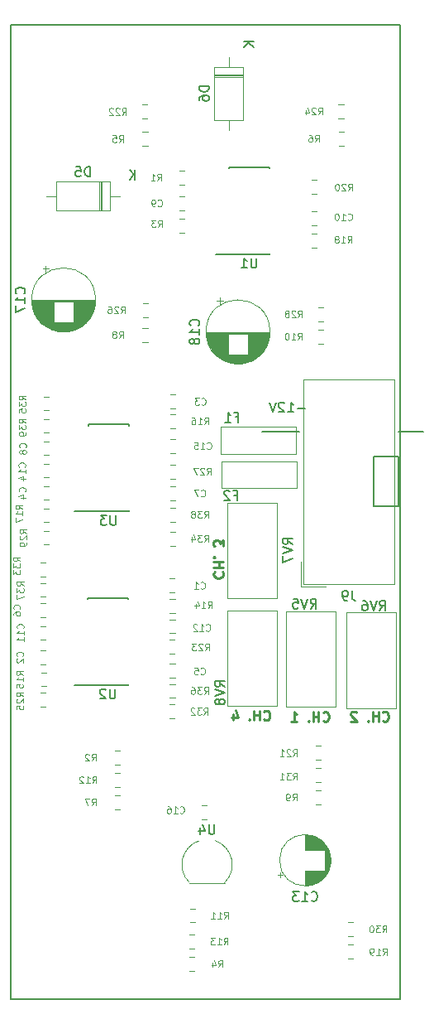
<source format=gbr>
G04 #@! TF.GenerationSoftware,KiCad,Pcbnew,(5.1.9)-1*
G04 #@! TF.CreationDate,2021-03-20T12:47:07+00:00*
G04 #@! TF.ProjectId,board v2,626f6172-6420-4763-922e-6b696361645f,rev?*
G04 #@! TF.SameCoordinates,Original*
G04 #@! TF.FileFunction,Legend,Bot*
G04 #@! TF.FilePolarity,Positive*
%FSLAX46Y46*%
G04 Gerber Fmt 4.6, Leading zero omitted, Abs format (unit mm)*
G04 Created by KiCad (PCBNEW (5.1.9)-1) date 2021-03-20 12:47:07*
%MOMM*%
%LPD*%
G01*
G04 APERTURE LIST*
%ADD10C,0.220000*%
G04 #@! TA.AperFunction,Profile*
%ADD11C,0.150000*%
G04 #@! TD*
%ADD12C,0.120000*%
%ADD13C,0.150000*%
G04 APERTURE END LIST*
D10*
X38617857Y-68634523D02*
X38570238Y-68682142D01*
X38522619Y-68825000D01*
X38522619Y-68920238D01*
X38570238Y-69063095D01*
X38665476Y-69158333D01*
X38760714Y-69205952D01*
X38951190Y-69253571D01*
X39094047Y-69253571D01*
X39284523Y-69205952D01*
X39379761Y-69158333D01*
X39475000Y-69063095D01*
X39522619Y-68920238D01*
X39522619Y-68825000D01*
X39475000Y-68682142D01*
X39427380Y-68634523D01*
X38522619Y-68205952D02*
X39522619Y-68205952D01*
X39046428Y-68205952D02*
X39046428Y-67634523D01*
X38522619Y-67634523D02*
X39522619Y-67634523D01*
X38617857Y-67158333D02*
X38570238Y-67110714D01*
X38522619Y-67158333D01*
X38570238Y-67205952D01*
X38617857Y-67158333D01*
X38522619Y-67158333D01*
X39522619Y-66015476D02*
X39522619Y-65396428D01*
X39141666Y-65729761D01*
X39141666Y-65586904D01*
X39094047Y-65491666D01*
X39046428Y-65444047D01*
X38951190Y-65396428D01*
X38713095Y-65396428D01*
X38617857Y-65444047D01*
X38570238Y-65491666D01*
X38522619Y-65586904D01*
X38522619Y-65872619D01*
X38570238Y-65967857D01*
X38617857Y-66015476D01*
X43659523Y-83707142D02*
X43707142Y-83754761D01*
X43850000Y-83802380D01*
X43945238Y-83802380D01*
X44088095Y-83754761D01*
X44183333Y-83659523D01*
X44230952Y-83564285D01*
X44278571Y-83373809D01*
X44278571Y-83230952D01*
X44230952Y-83040476D01*
X44183333Y-82945238D01*
X44088095Y-82850000D01*
X43945238Y-82802380D01*
X43850000Y-82802380D01*
X43707142Y-82850000D01*
X43659523Y-82897619D01*
X43230952Y-83802380D02*
X43230952Y-82802380D01*
X43230952Y-83278571D02*
X42659523Y-83278571D01*
X42659523Y-83802380D02*
X42659523Y-82802380D01*
X42183333Y-83707142D02*
X42135714Y-83754761D01*
X42183333Y-83802380D01*
X42230952Y-83754761D01*
X42183333Y-83707142D01*
X42183333Y-83802380D01*
X40516666Y-83135714D02*
X40516666Y-83802380D01*
X40754761Y-82754761D02*
X40992857Y-83469047D01*
X40373809Y-83469047D01*
X55809523Y-83807142D02*
X55857142Y-83854761D01*
X56000000Y-83902380D01*
X56095238Y-83902380D01*
X56238095Y-83854761D01*
X56333333Y-83759523D01*
X56380952Y-83664285D01*
X56428571Y-83473809D01*
X56428571Y-83330952D01*
X56380952Y-83140476D01*
X56333333Y-83045238D01*
X56238095Y-82950000D01*
X56095238Y-82902380D01*
X56000000Y-82902380D01*
X55857142Y-82950000D01*
X55809523Y-82997619D01*
X55380952Y-83902380D02*
X55380952Y-82902380D01*
X55380952Y-83378571D02*
X54809523Y-83378571D01*
X54809523Y-83902380D02*
X54809523Y-82902380D01*
X54333333Y-83807142D02*
X54285714Y-83854761D01*
X54333333Y-83902380D01*
X54380952Y-83854761D01*
X54333333Y-83807142D01*
X54333333Y-83902380D01*
X53142857Y-82997619D02*
X53095238Y-82950000D01*
X53000000Y-82902380D01*
X52761904Y-82902380D01*
X52666666Y-82950000D01*
X52619047Y-82997619D01*
X52571428Y-83092857D01*
X52571428Y-83188095D01*
X52619047Y-83330952D01*
X53190476Y-83902380D01*
X52571428Y-83902380D01*
X49709523Y-83832142D02*
X49757142Y-83879761D01*
X49900000Y-83927380D01*
X49995238Y-83927380D01*
X50138095Y-83879761D01*
X50233333Y-83784523D01*
X50280952Y-83689285D01*
X50328571Y-83498809D01*
X50328571Y-83355952D01*
X50280952Y-83165476D01*
X50233333Y-83070238D01*
X50138095Y-82975000D01*
X49995238Y-82927380D01*
X49900000Y-82927380D01*
X49757142Y-82975000D01*
X49709523Y-83022619D01*
X49280952Y-83927380D02*
X49280952Y-82927380D01*
X49280952Y-83403571D02*
X48709523Y-83403571D01*
X48709523Y-83927380D02*
X48709523Y-82927380D01*
X48233333Y-83832142D02*
X48185714Y-83879761D01*
X48233333Y-83927380D01*
X48280952Y-83879761D01*
X48233333Y-83832142D01*
X48233333Y-83927380D01*
X46471428Y-83927380D02*
X47042857Y-83927380D01*
X46757142Y-83927380D02*
X46757142Y-82927380D01*
X46852380Y-83070238D01*
X46947619Y-83165476D01*
X47042857Y-83213095D01*
D11*
X57658000Y-12700000D02*
X17780000Y-12700000D01*
X57658000Y-112268000D02*
X57658000Y-12700000D01*
X17780000Y-112268000D02*
X57658000Y-112268000D01*
X17780000Y-12700000D02*
X17780000Y-112268000D01*
D12*
G04 #@! TO.C,U4*
X39646000Y-100402000D02*
X36046000Y-100402000D01*
X36037555Y-100379684D02*
G75*
G02*
X37066000Y-96102000I1808445J1827684D01*
G01*
X39657875Y-100393741D02*
G75*
G03*
X38666000Y-96102000I-1811875J1841741D01*
G01*
G04 #@! TO.C,C1*
X34551252Y-69290000D02*
X34028748Y-69290000D01*
X34551252Y-70710000D02*
X34028748Y-70710000D01*
G04 #@! TO.C,C2*
X20798748Y-78090000D02*
X21321252Y-78090000D01*
X20798748Y-76670000D02*
X21321252Y-76670000D01*
G04 #@! TO.C,C3*
X34615252Y-50492000D02*
X34092748Y-50492000D01*
X34615252Y-51912000D02*
X34092748Y-51912000D01*
G04 #@! TO.C,C4*
X21138748Y-59850000D02*
X21661252Y-59850000D01*
X21138748Y-61270000D02*
X21661252Y-61270000D01*
G04 #@! TO.C,C5*
X34561252Y-78040000D02*
X34038748Y-78040000D01*
X34561252Y-79460000D02*
X34038748Y-79460000D01*
G04 #@! TO.C,C6*
X20795748Y-73285000D02*
X21318252Y-73285000D01*
X20795748Y-71865000D02*
X21318252Y-71865000D01*
G04 #@! TO.C,C7*
X34590252Y-61285000D02*
X34067748Y-61285000D01*
X34590252Y-59865000D02*
X34067748Y-59865000D01*
G04 #@! TO.C,C8*
X21138748Y-55278000D02*
X21661252Y-55278000D01*
X21138748Y-56698000D02*
X21661252Y-56698000D01*
G04 #@! TO.C,C9*
X35044748Y-31698000D02*
X35567252Y-31698000D01*
X35044748Y-30278000D02*
X35567252Y-30278000D01*
G04 #@! TO.C,C10*
X48531748Y-31765000D02*
X49054252Y-31765000D01*
X48531748Y-33185000D02*
X49054252Y-33185000D01*
G04 #@! TO.C,C11*
X20795748Y-75585000D02*
X21318252Y-75585000D01*
X20795748Y-74165000D02*
X21318252Y-74165000D01*
G04 #@! TO.C,C12*
X34037748Y-73490000D02*
X34560252Y-73490000D01*
X34037748Y-74910000D02*
X34560252Y-74910000D01*
G04 #@! TO.C,C14*
X21138748Y-58984000D02*
X21661252Y-58984000D01*
X21138748Y-57564000D02*
X21661252Y-57564000D01*
G04 #@! TO.C,C15*
X34092748Y-55064000D02*
X34615252Y-55064000D01*
X34092748Y-56484000D02*
X34615252Y-56484000D01*
G04 #@! TO.C,C16*
X37330748Y-92508000D02*
X37853252Y-92508000D01*
X37330748Y-93928000D02*
X37853252Y-93928000D01*
G04 #@! TO.C,D5*
X27866000Y-28756000D02*
X27866000Y-31696000D01*
X27866000Y-31696000D02*
X22426000Y-31696000D01*
X22426000Y-31696000D02*
X22426000Y-28756000D01*
X22426000Y-28756000D02*
X27866000Y-28756000D01*
X28886000Y-30226000D02*
X27866000Y-30226000D01*
X21406000Y-30226000D02*
X22426000Y-30226000D01*
X26966000Y-28756000D02*
X26966000Y-31696000D01*
X26846000Y-28756000D02*
X26846000Y-31696000D01*
X27086000Y-28756000D02*
X27086000Y-31696000D01*
G04 #@! TO.C,D6*
X38590000Y-17790000D02*
X41530000Y-17790000D01*
X38590000Y-18030000D02*
X41530000Y-18030000D01*
X38590000Y-17910000D02*
X41530000Y-17910000D01*
X40060000Y-23470000D02*
X40060000Y-22450000D01*
X40060000Y-15990000D02*
X40060000Y-17010000D01*
X38590000Y-22450000D02*
X38590000Y-17010000D01*
X41530000Y-22450000D02*
X38590000Y-22450000D01*
X41530000Y-17010000D02*
X41530000Y-22450000D01*
X38590000Y-17010000D02*
X41530000Y-17010000D01*
G04 #@! TO.C,F1*
X39230000Y-53830000D02*
X39230000Y-56570000D01*
X46970000Y-53830000D02*
X46970000Y-56570000D01*
X46970000Y-56570000D02*
X39230000Y-56570000D01*
X46970000Y-53830000D02*
X39230000Y-53830000D01*
G04 #@! TO.C,F2*
X39330000Y-60070000D02*
X47070000Y-60070000D01*
X39330000Y-57330000D02*
X47070000Y-57330000D01*
X39330000Y-60070000D02*
X39330000Y-57330000D01*
X47070000Y-60070000D02*
X47070000Y-57330000D01*
D13*
G04 #@! TO.C,J9*
X57450000Y-56880000D02*
X57450000Y-61960000D01*
X54910000Y-56880000D02*
X57450000Y-56880000D01*
X54910000Y-61960000D02*
X54910000Y-56880000D01*
X56180000Y-61960000D02*
X54910000Y-61960000D01*
X57450000Y-61960000D02*
X56180000Y-61960000D01*
X47290000Y-54340000D02*
X43480000Y-54340000D01*
X57450000Y-54340000D02*
X59990000Y-54340000D01*
D12*
X47445000Y-70100000D02*
X49985000Y-70100000D01*
X47445000Y-70100000D02*
X47445000Y-67560000D01*
X47695000Y-69850000D02*
X57045000Y-69850000D01*
X47695000Y-48990000D02*
X47695000Y-69850000D01*
X57045000Y-48990000D02*
X47695000Y-48990000D01*
X57045000Y-69850000D02*
X57045000Y-48990000D01*
G04 #@! TO.C,R1*
X35536252Y-27640000D02*
X35013748Y-27640000D01*
X35536252Y-29060000D02*
X35013748Y-29060000D01*
G04 #@! TO.C,R2*
X28440748Y-88340000D02*
X28963252Y-88340000D01*
X28440748Y-86920000D02*
X28963252Y-86920000D01*
G04 #@! TO.C,R3*
X35567252Y-32564000D02*
X35044748Y-32564000D01*
X35567252Y-33984000D02*
X35044748Y-33984000D01*
G04 #@! TO.C,R4*
X36060748Y-109422000D02*
X36583252Y-109422000D01*
X36060748Y-108002000D02*
X36583252Y-108002000D01*
G04 #@! TO.C,R5*
X31242580Y-23688377D02*
X31765084Y-23688377D01*
X31242580Y-25108377D02*
X31765084Y-25108377D01*
G04 #@! TO.C,R6*
X51322971Y-25087319D02*
X51845475Y-25087319D01*
X51322971Y-23667319D02*
X51845475Y-23667319D01*
G04 #@! TO.C,R7*
X28440748Y-92912000D02*
X28963252Y-92912000D01*
X28440748Y-91492000D02*
X28963252Y-91492000D01*
G04 #@! TO.C,R8*
X31248826Y-45141704D02*
X31771330Y-45141704D01*
X31248826Y-43721704D02*
X31771330Y-43721704D01*
G04 #@! TO.C,R9*
X49014748Y-90984000D02*
X49537252Y-90984000D01*
X49014748Y-92404000D02*
X49537252Y-92404000D01*
G04 #@! TO.C,R10*
X49249748Y-45307000D02*
X49772252Y-45307000D01*
X49249748Y-43887000D02*
X49772252Y-43887000D01*
G04 #@! TO.C,R11*
X36611252Y-104460000D02*
X36088748Y-104460000D01*
X36611252Y-103040000D02*
X36088748Y-103040000D01*
G04 #@! TO.C,R12*
X28963252Y-90626000D02*
X28440748Y-90626000D01*
X28963252Y-89206000D02*
X28440748Y-89206000D01*
G04 #@! TO.C,R13*
X36583252Y-107136000D02*
X36060748Y-107136000D01*
X36583252Y-105716000D02*
X36060748Y-105716000D01*
G04 #@! TO.C,R14*
X34561252Y-72810000D02*
X34038748Y-72810000D01*
X34561252Y-71390000D02*
X34038748Y-71390000D01*
G04 #@! TO.C,R15*
X20878748Y-78900000D02*
X21401252Y-78900000D01*
X20878748Y-80320000D02*
X21401252Y-80320000D01*
G04 #@! TO.C,R16*
X34611252Y-52540000D02*
X34088748Y-52540000D01*
X34611252Y-53960000D02*
X34088748Y-53960000D01*
G04 #@! TO.C,R17*
X21138748Y-62136000D02*
X21661252Y-62136000D01*
X21138748Y-63556000D02*
X21661252Y-63556000D01*
G04 #@! TO.C,R18*
X48531748Y-34051000D02*
X49054252Y-34051000D01*
X48531748Y-35471000D02*
X49054252Y-35471000D01*
G04 #@! TO.C,R19*
X52316748Y-106732000D02*
X52839252Y-106732000D01*
X52316748Y-108152000D02*
X52839252Y-108152000D01*
G04 #@! TO.C,R20*
X48538748Y-28565000D02*
X49061252Y-28565000D01*
X48538748Y-29985000D02*
X49061252Y-29985000D01*
G04 #@! TO.C,R21*
X49528252Y-87832000D02*
X49005748Y-87832000D01*
X49528252Y-86412000D02*
X49005748Y-86412000D01*
G04 #@! TO.C,R22*
X31233580Y-20894377D02*
X31756084Y-20894377D01*
X31233580Y-22314377D02*
X31756084Y-22314377D01*
G04 #@! TO.C,R23*
X34028748Y-76992000D02*
X34551252Y-76992000D01*
X34028748Y-75572000D02*
X34551252Y-75572000D01*
G04 #@! TO.C,R24*
X51313971Y-20873319D02*
X51836475Y-20873319D01*
X51313971Y-22293319D02*
X51836475Y-22293319D01*
G04 #@! TO.C,R25*
X20820748Y-80990000D02*
X21343252Y-80990000D01*
X20820748Y-82410000D02*
X21343252Y-82410000D01*
G04 #@! TO.C,R26*
X31257826Y-42601704D02*
X31780330Y-42601704D01*
X31257826Y-41181704D02*
X31780330Y-41181704D01*
G04 #@! TO.C,R27*
X34067748Y-57675000D02*
X34590252Y-57675000D01*
X34067748Y-59095000D02*
X34590252Y-59095000D01*
G04 #@! TO.C,R28*
X49249748Y-41601000D02*
X49772252Y-41601000D01*
X49249748Y-43021000D02*
X49772252Y-43021000D01*
G04 #@! TO.C,R29*
X21138748Y-65842000D02*
X21661252Y-65842000D01*
X21138748Y-64422000D02*
X21661252Y-64422000D01*
G04 #@! TO.C,R30*
X52839252Y-104446000D02*
X52316748Y-104446000D01*
X52839252Y-105866000D02*
X52316748Y-105866000D01*
G04 #@! TO.C,R31*
X49537252Y-88698000D02*
X49014748Y-88698000D01*
X49537252Y-90118000D02*
X49014748Y-90118000D01*
G04 #@! TO.C,R32*
X34526252Y-83610000D02*
X34003748Y-83610000D01*
X34526252Y-82190000D02*
X34003748Y-82190000D01*
G04 #@! TO.C,R33*
X20795748Y-69085000D02*
X21318252Y-69085000D01*
X20795748Y-67665000D02*
X21318252Y-67665000D01*
G04 #@! TO.C,R34*
X34590252Y-65953000D02*
X34067748Y-65953000D01*
X34590252Y-64533000D02*
X34067748Y-64533000D01*
G04 #@! TO.C,R35*
X21138748Y-50706000D02*
X21661252Y-50706000D01*
X21138748Y-52126000D02*
X21661252Y-52126000D01*
G04 #@! TO.C,R36*
X34561252Y-80090000D02*
X34038748Y-80090000D01*
X34561252Y-81510000D02*
X34038748Y-81510000D01*
G04 #@! TO.C,R37*
X20795748Y-71185000D02*
X21318252Y-71185000D01*
X20795748Y-69765000D02*
X21318252Y-69765000D01*
G04 #@! TO.C,R38*
X34586252Y-62090000D02*
X34063748Y-62090000D01*
X34586252Y-63510000D02*
X34063748Y-63510000D01*
G04 #@! TO.C,R39*
X21138748Y-54412000D02*
X21661252Y-54412000D01*
X21138748Y-52992000D02*
X21661252Y-52992000D01*
D13*
G04 #@! TO.C,U1*
X40089000Y-36200000D02*
X40089000Y-36175000D01*
X44239000Y-36200000D02*
X44239000Y-36085000D01*
X44239000Y-27300000D02*
X44239000Y-27415000D01*
X40089000Y-27300000D02*
X40089000Y-27415000D01*
X40089000Y-36200000D02*
X44239000Y-36200000D01*
X40089000Y-27300000D02*
X44239000Y-27300000D01*
X40089000Y-36175000D02*
X38714000Y-36175000D01*
G04 #@! TO.C,U2*
X25611000Y-80199000D02*
X24236000Y-80199000D01*
X25611000Y-71324000D02*
X29761000Y-71324000D01*
X25611000Y-80224000D02*
X29761000Y-80224000D01*
X25611000Y-71324000D02*
X25611000Y-71439000D01*
X29761000Y-71324000D02*
X29761000Y-71439000D01*
X29761000Y-80224000D02*
X29761000Y-80109000D01*
X25611000Y-80224000D02*
X25611000Y-80199000D01*
G04 #@! TO.C,U3*
X25675000Y-62445000D02*
X24300000Y-62445000D01*
X25675000Y-53570000D02*
X29825000Y-53570000D01*
X25675000Y-62470000D02*
X29825000Y-62470000D01*
X25675000Y-53570000D02*
X25675000Y-53685000D01*
X29825000Y-53570000D02*
X29825000Y-53685000D01*
X29825000Y-62470000D02*
X29825000Y-62355000D01*
X25675000Y-62470000D02*
X25675000Y-62445000D01*
D12*
G04 #@! TO.C,RV5*
X45970000Y-82445000D02*
X51040000Y-82445000D01*
X45970000Y-72675000D02*
X51040000Y-72675000D01*
X51040000Y-72675000D02*
X51040000Y-82445000D01*
X45970000Y-72675000D02*
X45970000Y-82445000D01*
G04 #@! TO.C,RV6*
X52095000Y-82545000D02*
X57165000Y-82545000D01*
X52095000Y-72775000D02*
X57165000Y-72775000D01*
X57165000Y-72775000D02*
X57165000Y-82545000D01*
X52095000Y-72775000D02*
X52095000Y-82545000D01*
G04 #@! TO.C,RV7*
X39970000Y-61575000D02*
X39970000Y-71345000D01*
X45040000Y-61575000D02*
X45040000Y-71345000D01*
X39970000Y-61575000D02*
X45040000Y-61575000D01*
X39970000Y-71345000D02*
X45040000Y-71345000D01*
G04 #@! TO.C,RV8*
X39970000Y-72575000D02*
X39970000Y-82345000D01*
X45040000Y-72575000D02*
X45040000Y-82345000D01*
X39970000Y-72575000D02*
X45040000Y-72575000D01*
X39970000Y-82345000D02*
X45040000Y-82345000D01*
G04 #@! TO.C,C13*
X45345225Y-99825000D02*
X45345225Y-99325000D01*
X45095225Y-99575000D02*
X45595225Y-99575000D01*
X50501000Y-98384000D02*
X50501000Y-97816000D01*
X50461000Y-98618000D02*
X50461000Y-97582000D01*
X50421000Y-98777000D02*
X50421000Y-97423000D01*
X50381000Y-98905000D02*
X50381000Y-97295000D01*
X50341000Y-99015000D02*
X50341000Y-97185000D01*
X50301000Y-99111000D02*
X50301000Y-97089000D01*
X50261000Y-99198000D02*
X50261000Y-97002000D01*
X50221000Y-99278000D02*
X50221000Y-96922000D01*
X50181000Y-99351000D02*
X50181000Y-96849000D01*
X50141000Y-99419000D02*
X50141000Y-96781000D01*
X50101000Y-99483000D02*
X50101000Y-96717000D01*
X50061000Y-99543000D02*
X50061000Y-96657000D01*
X50021000Y-99600000D02*
X50021000Y-96600000D01*
X49981000Y-99654000D02*
X49981000Y-96546000D01*
X49941000Y-99705000D02*
X49941000Y-96495000D01*
X49901000Y-97060000D02*
X49901000Y-96447000D01*
X49901000Y-99753000D02*
X49901000Y-99140000D01*
X49861000Y-97060000D02*
X49861000Y-96401000D01*
X49861000Y-99799000D02*
X49861000Y-99140000D01*
X49821000Y-97060000D02*
X49821000Y-96357000D01*
X49821000Y-99843000D02*
X49821000Y-99140000D01*
X49781000Y-97060000D02*
X49781000Y-96315000D01*
X49781000Y-99885000D02*
X49781000Y-99140000D01*
X49741000Y-97060000D02*
X49741000Y-96274000D01*
X49741000Y-99926000D02*
X49741000Y-99140000D01*
X49701000Y-97060000D02*
X49701000Y-96236000D01*
X49701000Y-99964000D02*
X49701000Y-99140000D01*
X49661000Y-97060000D02*
X49661000Y-96199000D01*
X49661000Y-100001000D02*
X49661000Y-99140000D01*
X49621000Y-97060000D02*
X49621000Y-96163000D01*
X49621000Y-100037000D02*
X49621000Y-99140000D01*
X49581000Y-97060000D02*
X49581000Y-96129000D01*
X49581000Y-100071000D02*
X49581000Y-99140000D01*
X49541000Y-97060000D02*
X49541000Y-96096000D01*
X49541000Y-100104000D02*
X49541000Y-99140000D01*
X49501000Y-97060000D02*
X49501000Y-96065000D01*
X49501000Y-100135000D02*
X49501000Y-99140000D01*
X49461000Y-97060000D02*
X49461000Y-96035000D01*
X49461000Y-100165000D02*
X49461000Y-99140000D01*
X49421000Y-97060000D02*
X49421000Y-96005000D01*
X49421000Y-100195000D02*
X49421000Y-99140000D01*
X49381000Y-97060000D02*
X49381000Y-95978000D01*
X49381000Y-100222000D02*
X49381000Y-99140000D01*
X49341000Y-97060000D02*
X49341000Y-95951000D01*
X49341000Y-100249000D02*
X49341000Y-99140000D01*
X49301000Y-97060000D02*
X49301000Y-95925000D01*
X49301000Y-100275000D02*
X49301000Y-99140000D01*
X49261000Y-97060000D02*
X49261000Y-95900000D01*
X49261000Y-100300000D02*
X49261000Y-99140000D01*
X49221000Y-97060000D02*
X49221000Y-95876000D01*
X49221000Y-100324000D02*
X49221000Y-99140000D01*
X49181000Y-97060000D02*
X49181000Y-95853000D01*
X49181000Y-100347000D02*
X49181000Y-99140000D01*
X49141000Y-97060000D02*
X49141000Y-95832000D01*
X49141000Y-100368000D02*
X49141000Y-99140000D01*
X49101000Y-97060000D02*
X49101000Y-95810000D01*
X49101000Y-100390000D02*
X49101000Y-99140000D01*
X49061000Y-97060000D02*
X49061000Y-95790000D01*
X49061000Y-100410000D02*
X49061000Y-99140000D01*
X49021000Y-97060000D02*
X49021000Y-95771000D01*
X49021000Y-100429000D02*
X49021000Y-99140000D01*
X48981000Y-97060000D02*
X48981000Y-95752000D01*
X48981000Y-100448000D02*
X48981000Y-99140000D01*
X48941000Y-97060000D02*
X48941000Y-95735000D01*
X48941000Y-100465000D02*
X48941000Y-99140000D01*
X48901000Y-97060000D02*
X48901000Y-95718000D01*
X48901000Y-100482000D02*
X48901000Y-99140000D01*
X48861000Y-97060000D02*
X48861000Y-95702000D01*
X48861000Y-100498000D02*
X48861000Y-99140000D01*
X48821000Y-97060000D02*
X48821000Y-95686000D01*
X48821000Y-100514000D02*
X48821000Y-99140000D01*
X48781000Y-97060000D02*
X48781000Y-95672000D01*
X48781000Y-100528000D02*
X48781000Y-99140000D01*
X48741000Y-97060000D02*
X48741000Y-95658000D01*
X48741000Y-100542000D02*
X48741000Y-99140000D01*
X48701000Y-97060000D02*
X48701000Y-95645000D01*
X48701000Y-100555000D02*
X48701000Y-99140000D01*
X48661000Y-97060000D02*
X48661000Y-95632000D01*
X48661000Y-100568000D02*
X48661000Y-99140000D01*
X48621000Y-97060000D02*
X48621000Y-95620000D01*
X48621000Y-100580000D02*
X48621000Y-99140000D01*
X48580000Y-97060000D02*
X48580000Y-95609000D01*
X48580000Y-100591000D02*
X48580000Y-99140000D01*
X48540000Y-97060000D02*
X48540000Y-95599000D01*
X48540000Y-100601000D02*
X48540000Y-99140000D01*
X48500000Y-97060000D02*
X48500000Y-95589000D01*
X48500000Y-100611000D02*
X48500000Y-99140000D01*
X48460000Y-97060000D02*
X48460000Y-95580000D01*
X48460000Y-100620000D02*
X48460000Y-99140000D01*
X48420000Y-97060000D02*
X48420000Y-95572000D01*
X48420000Y-100628000D02*
X48420000Y-99140000D01*
X48380000Y-97060000D02*
X48380000Y-95564000D01*
X48380000Y-100636000D02*
X48380000Y-99140000D01*
X48340000Y-97060000D02*
X48340000Y-95557000D01*
X48340000Y-100643000D02*
X48340000Y-99140000D01*
X48300000Y-97060000D02*
X48300000Y-95550000D01*
X48300000Y-100650000D02*
X48300000Y-99140000D01*
X48260000Y-97060000D02*
X48260000Y-95544000D01*
X48260000Y-100656000D02*
X48260000Y-99140000D01*
X48220000Y-97060000D02*
X48220000Y-95539000D01*
X48220000Y-100661000D02*
X48220000Y-99140000D01*
X48180000Y-97060000D02*
X48180000Y-95535000D01*
X48180000Y-100665000D02*
X48180000Y-99140000D01*
X48140000Y-97060000D02*
X48140000Y-95531000D01*
X48140000Y-100669000D02*
X48140000Y-99140000D01*
X48100000Y-97060000D02*
X48100000Y-95527000D01*
X48100000Y-100673000D02*
X48100000Y-99140000D01*
X48060000Y-97060000D02*
X48060000Y-95524000D01*
X48060000Y-100676000D02*
X48060000Y-99140000D01*
X48020000Y-97060000D02*
X48020000Y-95522000D01*
X48020000Y-100678000D02*
X48020000Y-99140000D01*
X47980000Y-97060000D02*
X47980000Y-95521000D01*
X47980000Y-100679000D02*
X47980000Y-99140000D01*
X47940000Y-100680000D02*
X47940000Y-99140000D01*
X47940000Y-97060000D02*
X47940000Y-95520000D01*
X47900000Y-100680000D02*
X47900000Y-99140000D01*
X47900000Y-97060000D02*
X47900000Y-95520000D01*
X50520000Y-98100000D02*
G75*
G03*
X50520000Y-98100000I-2620000J0D01*
G01*
G04 #@! TO.C,C17*
X21006000Y-37644759D02*
X21636000Y-37644759D01*
X21321000Y-37329759D02*
X21321000Y-37959759D01*
X22758000Y-44071000D02*
X23562000Y-44071000D01*
X22527000Y-44031000D02*
X23793000Y-44031000D01*
X22358000Y-43991000D02*
X23962000Y-43991000D01*
X22220000Y-43951000D02*
X24100000Y-43951000D01*
X22101000Y-43911000D02*
X24219000Y-43911000D01*
X21995000Y-43871000D02*
X24325000Y-43871000D01*
X21898000Y-43831000D02*
X24422000Y-43831000D01*
X21810000Y-43791000D02*
X24510000Y-43791000D01*
X21728000Y-43751000D02*
X24592000Y-43751000D01*
X21651000Y-43711000D02*
X24669000Y-43711000D01*
X21579000Y-43671000D02*
X24741000Y-43671000D01*
X21510000Y-43631000D02*
X24810000Y-43631000D01*
X21446000Y-43591000D02*
X24874000Y-43591000D01*
X21384000Y-43551000D02*
X24936000Y-43551000D01*
X21326000Y-43511000D02*
X24994000Y-43511000D01*
X21270000Y-43471000D02*
X25050000Y-43471000D01*
X21216000Y-43431000D02*
X25104000Y-43431000D01*
X21165000Y-43391000D02*
X25155000Y-43391000D01*
X21116000Y-43351000D02*
X25204000Y-43351000D01*
X21068000Y-43311000D02*
X25252000Y-43311000D01*
X21023000Y-43271000D02*
X25297000Y-43271000D01*
X20978000Y-43231000D02*
X25342000Y-43231000D01*
X20936000Y-43191000D02*
X25384000Y-43191000D01*
X20895000Y-43151000D02*
X25425000Y-43151000D01*
X24200000Y-43111000D02*
X25465000Y-43111000D01*
X20855000Y-43111000D02*
X22120000Y-43111000D01*
X24200000Y-43071000D02*
X25503000Y-43071000D01*
X20817000Y-43071000D02*
X22120000Y-43071000D01*
X24200000Y-43031000D02*
X25540000Y-43031000D01*
X20780000Y-43031000D02*
X22120000Y-43031000D01*
X24200000Y-42991000D02*
X25576000Y-42991000D01*
X20744000Y-42991000D02*
X22120000Y-42991000D01*
X24200000Y-42951000D02*
X25610000Y-42951000D01*
X20710000Y-42951000D02*
X22120000Y-42951000D01*
X24200000Y-42911000D02*
X25644000Y-42911000D01*
X20676000Y-42911000D02*
X22120000Y-42911000D01*
X24200000Y-42871000D02*
X25676000Y-42871000D01*
X20644000Y-42871000D02*
X22120000Y-42871000D01*
X24200000Y-42831000D02*
X25708000Y-42831000D01*
X20612000Y-42831000D02*
X22120000Y-42831000D01*
X24200000Y-42791000D02*
X25738000Y-42791000D01*
X20582000Y-42791000D02*
X22120000Y-42791000D01*
X24200000Y-42751000D02*
X25767000Y-42751000D01*
X20553000Y-42751000D02*
X22120000Y-42751000D01*
X24200000Y-42711000D02*
X25796000Y-42711000D01*
X20524000Y-42711000D02*
X22120000Y-42711000D01*
X24200000Y-42671000D02*
X25824000Y-42671000D01*
X20496000Y-42671000D02*
X22120000Y-42671000D01*
X24200000Y-42631000D02*
X25850000Y-42631000D01*
X20470000Y-42631000D02*
X22120000Y-42631000D01*
X24200000Y-42591000D02*
X25876000Y-42591000D01*
X20444000Y-42591000D02*
X22120000Y-42591000D01*
X24200000Y-42551000D02*
X25902000Y-42551000D01*
X20418000Y-42551000D02*
X22120000Y-42551000D01*
X24200000Y-42511000D02*
X25926000Y-42511000D01*
X20394000Y-42511000D02*
X22120000Y-42511000D01*
X24200000Y-42471000D02*
X25950000Y-42471000D01*
X20370000Y-42471000D02*
X22120000Y-42471000D01*
X24200000Y-42431000D02*
X25972000Y-42431000D01*
X20348000Y-42431000D02*
X22120000Y-42431000D01*
X24200000Y-42391000D02*
X25994000Y-42391000D01*
X20326000Y-42391000D02*
X22120000Y-42391000D01*
X24200000Y-42351000D02*
X26016000Y-42351000D01*
X20304000Y-42351000D02*
X22120000Y-42351000D01*
X24200000Y-42311000D02*
X26036000Y-42311000D01*
X20284000Y-42311000D02*
X22120000Y-42311000D01*
X24200000Y-42271000D02*
X26056000Y-42271000D01*
X20264000Y-42271000D02*
X22120000Y-42271000D01*
X24200000Y-42231000D02*
X26076000Y-42231000D01*
X20244000Y-42231000D02*
X22120000Y-42231000D01*
X24200000Y-42191000D02*
X26094000Y-42191000D01*
X20226000Y-42191000D02*
X22120000Y-42191000D01*
X24200000Y-42151000D02*
X26112000Y-42151000D01*
X20208000Y-42151000D02*
X22120000Y-42151000D01*
X24200000Y-42111000D02*
X26130000Y-42111000D01*
X20190000Y-42111000D02*
X22120000Y-42111000D01*
X24200000Y-42071000D02*
X26146000Y-42071000D01*
X20174000Y-42071000D02*
X22120000Y-42071000D01*
X24200000Y-42031000D02*
X26162000Y-42031000D01*
X20158000Y-42031000D02*
X22120000Y-42031000D01*
X24200000Y-41991000D02*
X26178000Y-41991000D01*
X20142000Y-41991000D02*
X22120000Y-41991000D01*
X24200000Y-41951000D02*
X26193000Y-41951000D01*
X20127000Y-41951000D02*
X22120000Y-41951000D01*
X24200000Y-41911000D02*
X26207000Y-41911000D01*
X20113000Y-41911000D02*
X22120000Y-41911000D01*
X24200000Y-41871000D02*
X26221000Y-41871000D01*
X20099000Y-41871000D02*
X22120000Y-41871000D01*
X24200000Y-41831000D02*
X26234000Y-41831000D01*
X20086000Y-41831000D02*
X22120000Y-41831000D01*
X24200000Y-41791000D02*
X26246000Y-41791000D01*
X20074000Y-41791000D02*
X22120000Y-41791000D01*
X24200000Y-41751000D02*
X26258000Y-41751000D01*
X20062000Y-41751000D02*
X22120000Y-41751000D01*
X24200000Y-41711000D02*
X26270000Y-41711000D01*
X20050000Y-41711000D02*
X22120000Y-41711000D01*
X24200000Y-41671000D02*
X26281000Y-41671000D01*
X20039000Y-41671000D02*
X22120000Y-41671000D01*
X24200000Y-41631000D02*
X26291000Y-41631000D01*
X20029000Y-41631000D02*
X22120000Y-41631000D01*
X24200000Y-41591000D02*
X26301000Y-41591000D01*
X20019000Y-41591000D02*
X22120000Y-41591000D01*
X24200000Y-41551000D02*
X26310000Y-41551000D01*
X20010000Y-41551000D02*
X22120000Y-41551000D01*
X24200000Y-41510000D02*
X26319000Y-41510000D01*
X20001000Y-41510000D02*
X22120000Y-41510000D01*
X24200000Y-41470000D02*
X26327000Y-41470000D01*
X19993000Y-41470000D02*
X22120000Y-41470000D01*
X24200000Y-41430000D02*
X26335000Y-41430000D01*
X19985000Y-41430000D02*
X22120000Y-41430000D01*
X24200000Y-41390000D02*
X26342000Y-41390000D01*
X19978000Y-41390000D02*
X22120000Y-41390000D01*
X24200000Y-41350000D02*
X26349000Y-41350000D01*
X19971000Y-41350000D02*
X22120000Y-41350000D01*
X24200000Y-41310000D02*
X26355000Y-41310000D01*
X19965000Y-41310000D02*
X22120000Y-41310000D01*
X24200000Y-41270000D02*
X26361000Y-41270000D01*
X19959000Y-41270000D02*
X22120000Y-41270000D01*
X24200000Y-41230000D02*
X26366000Y-41230000D01*
X19954000Y-41230000D02*
X22120000Y-41230000D01*
X24200000Y-41190000D02*
X26371000Y-41190000D01*
X19949000Y-41190000D02*
X22120000Y-41190000D01*
X24200000Y-41150000D02*
X26375000Y-41150000D01*
X19945000Y-41150000D02*
X22120000Y-41150000D01*
X24200000Y-41110000D02*
X26378000Y-41110000D01*
X19942000Y-41110000D02*
X22120000Y-41110000D01*
X24200000Y-41070000D02*
X26382000Y-41070000D01*
X19938000Y-41070000D02*
X22120000Y-41070000D01*
X19936000Y-41030000D02*
X26384000Y-41030000D01*
X19933000Y-40990000D02*
X26387000Y-40990000D01*
X19932000Y-40950000D02*
X26388000Y-40950000D01*
X19930000Y-40910000D02*
X26390000Y-40910000D01*
X19930000Y-40870000D02*
X26390000Y-40870000D01*
X19930000Y-40830000D02*
X26390000Y-40830000D01*
X26430000Y-40830000D02*
G75*
G03*
X26430000Y-40830000I-3270000J0D01*
G01*
G04 #@! TO.C,C18*
X44290000Y-44100000D02*
G75*
G03*
X44290000Y-44100000I-3270000J0D01*
G01*
X37790000Y-44100000D02*
X44250000Y-44100000D01*
X37790000Y-44140000D02*
X44250000Y-44140000D01*
X37790000Y-44180000D02*
X44250000Y-44180000D01*
X37792000Y-44220000D02*
X44248000Y-44220000D01*
X37793000Y-44260000D02*
X44247000Y-44260000D01*
X37796000Y-44300000D02*
X44244000Y-44300000D01*
X37798000Y-44340000D02*
X39980000Y-44340000D01*
X42060000Y-44340000D02*
X44242000Y-44340000D01*
X37802000Y-44380000D02*
X39980000Y-44380000D01*
X42060000Y-44380000D02*
X44238000Y-44380000D01*
X37805000Y-44420000D02*
X39980000Y-44420000D01*
X42060000Y-44420000D02*
X44235000Y-44420000D01*
X37809000Y-44460000D02*
X39980000Y-44460000D01*
X42060000Y-44460000D02*
X44231000Y-44460000D01*
X37814000Y-44500000D02*
X39980000Y-44500000D01*
X42060000Y-44500000D02*
X44226000Y-44500000D01*
X37819000Y-44540000D02*
X39980000Y-44540000D01*
X42060000Y-44540000D02*
X44221000Y-44540000D01*
X37825000Y-44580000D02*
X39980000Y-44580000D01*
X42060000Y-44580000D02*
X44215000Y-44580000D01*
X37831000Y-44620000D02*
X39980000Y-44620000D01*
X42060000Y-44620000D02*
X44209000Y-44620000D01*
X37838000Y-44660000D02*
X39980000Y-44660000D01*
X42060000Y-44660000D02*
X44202000Y-44660000D01*
X37845000Y-44700000D02*
X39980000Y-44700000D01*
X42060000Y-44700000D02*
X44195000Y-44700000D01*
X37853000Y-44740000D02*
X39980000Y-44740000D01*
X42060000Y-44740000D02*
X44187000Y-44740000D01*
X37861000Y-44780000D02*
X39980000Y-44780000D01*
X42060000Y-44780000D02*
X44179000Y-44780000D01*
X37870000Y-44821000D02*
X39980000Y-44821000D01*
X42060000Y-44821000D02*
X44170000Y-44821000D01*
X37879000Y-44861000D02*
X39980000Y-44861000D01*
X42060000Y-44861000D02*
X44161000Y-44861000D01*
X37889000Y-44901000D02*
X39980000Y-44901000D01*
X42060000Y-44901000D02*
X44151000Y-44901000D01*
X37899000Y-44941000D02*
X39980000Y-44941000D01*
X42060000Y-44941000D02*
X44141000Y-44941000D01*
X37910000Y-44981000D02*
X39980000Y-44981000D01*
X42060000Y-44981000D02*
X44130000Y-44981000D01*
X37922000Y-45021000D02*
X39980000Y-45021000D01*
X42060000Y-45021000D02*
X44118000Y-45021000D01*
X37934000Y-45061000D02*
X39980000Y-45061000D01*
X42060000Y-45061000D02*
X44106000Y-45061000D01*
X37946000Y-45101000D02*
X39980000Y-45101000D01*
X42060000Y-45101000D02*
X44094000Y-45101000D01*
X37959000Y-45141000D02*
X39980000Y-45141000D01*
X42060000Y-45141000D02*
X44081000Y-45141000D01*
X37973000Y-45181000D02*
X39980000Y-45181000D01*
X42060000Y-45181000D02*
X44067000Y-45181000D01*
X37987000Y-45221000D02*
X39980000Y-45221000D01*
X42060000Y-45221000D02*
X44053000Y-45221000D01*
X38002000Y-45261000D02*
X39980000Y-45261000D01*
X42060000Y-45261000D02*
X44038000Y-45261000D01*
X38018000Y-45301000D02*
X39980000Y-45301000D01*
X42060000Y-45301000D02*
X44022000Y-45301000D01*
X38034000Y-45341000D02*
X39980000Y-45341000D01*
X42060000Y-45341000D02*
X44006000Y-45341000D01*
X38050000Y-45381000D02*
X39980000Y-45381000D01*
X42060000Y-45381000D02*
X43990000Y-45381000D01*
X38068000Y-45421000D02*
X39980000Y-45421000D01*
X42060000Y-45421000D02*
X43972000Y-45421000D01*
X38086000Y-45461000D02*
X39980000Y-45461000D01*
X42060000Y-45461000D02*
X43954000Y-45461000D01*
X38104000Y-45501000D02*
X39980000Y-45501000D01*
X42060000Y-45501000D02*
X43936000Y-45501000D01*
X38124000Y-45541000D02*
X39980000Y-45541000D01*
X42060000Y-45541000D02*
X43916000Y-45541000D01*
X38144000Y-45581000D02*
X39980000Y-45581000D01*
X42060000Y-45581000D02*
X43896000Y-45581000D01*
X38164000Y-45621000D02*
X39980000Y-45621000D01*
X42060000Y-45621000D02*
X43876000Y-45621000D01*
X38186000Y-45661000D02*
X39980000Y-45661000D01*
X42060000Y-45661000D02*
X43854000Y-45661000D01*
X38208000Y-45701000D02*
X39980000Y-45701000D01*
X42060000Y-45701000D02*
X43832000Y-45701000D01*
X38230000Y-45741000D02*
X39980000Y-45741000D01*
X42060000Y-45741000D02*
X43810000Y-45741000D01*
X38254000Y-45781000D02*
X39980000Y-45781000D01*
X42060000Y-45781000D02*
X43786000Y-45781000D01*
X38278000Y-45821000D02*
X39980000Y-45821000D01*
X42060000Y-45821000D02*
X43762000Y-45821000D01*
X38304000Y-45861000D02*
X39980000Y-45861000D01*
X42060000Y-45861000D02*
X43736000Y-45861000D01*
X38330000Y-45901000D02*
X39980000Y-45901000D01*
X42060000Y-45901000D02*
X43710000Y-45901000D01*
X38356000Y-45941000D02*
X39980000Y-45941000D01*
X42060000Y-45941000D02*
X43684000Y-45941000D01*
X38384000Y-45981000D02*
X39980000Y-45981000D01*
X42060000Y-45981000D02*
X43656000Y-45981000D01*
X38413000Y-46021000D02*
X39980000Y-46021000D01*
X42060000Y-46021000D02*
X43627000Y-46021000D01*
X38442000Y-46061000D02*
X39980000Y-46061000D01*
X42060000Y-46061000D02*
X43598000Y-46061000D01*
X38472000Y-46101000D02*
X39980000Y-46101000D01*
X42060000Y-46101000D02*
X43568000Y-46101000D01*
X38504000Y-46141000D02*
X39980000Y-46141000D01*
X42060000Y-46141000D02*
X43536000Y-46141000D01*
X38536000Y-46181000D02*
X39980000Y-46181000D01*
X42060000Y-46181000D02*
X43504000Y-46181000D01*
X38570000Y-46221000D02*
X39980000Y-46221000D01*
X42060000Y-46221000D02*
X43470000Y-46221000D01*
X38604000Y-46261000D02*
X39980000Y-46261000D01*
X42060000Y-46261000D02*
X43436000Y-46261000D01*
X38640000Y-46301000D02*
X39980000Y-46301000D01*
X42060000Y-46301000D02*
X43400000Y-46301000D01*
X38677000Y-46341000D02*
X39980000Y-46341000D01*
X42060000Y-46341000D02*
X43363000Y-46341000D01*
X38715000Y-46381000D02*
X39980000Y-46381000D01*
X42060000Y-46381000D02*
X43325000Y-46381000D01*
X38755000Y-46421000D02*
X43285000Y-46421000D01*
X38796000Y-46461000D02*
X43244000Y-46461000D01*
X38838000Y-46501000D02*
X43202000Y-46501000D01*
X38883000Y-46541000D02*
X43157000Y-46541000D01*
X38928000Y-46581000D02*
X43112000Y-46581000D01*
X38976000Y-46621000D02*
X43064000Y-46621000D01*
X39025000Y-46661000D02*
X43015000Y-46661000D01*
X39076000Y-46701000D02*
X42964000Y-46701000D01*
X39130000Y-46741000D02*
X42910000Y-46741000D01*
X39186000Y-46781000D02*
X42854000Y-46781000D01*
X39244000Y-46821000D02*
X42796000Y-46821000D01*
X39306000Y-46861000D02*
X42734000Y-46861000D01*
X39370000Y-46901000D02*
X42670000Y-46901000D01*
X39439000Y-46941000D02*
X42601000Y-46941000D01*
X39511000Y-46981000D02*
X42529000Y-46981000D01*
X39588000Y-47021000D02*
X42452000Y-47021000D01*
X39670000Y-47061000D02*
X42370000Y-47061000D01*
X39758000Y-47101000D02*
X42282000Y-47101000D01*
X39855000Y-47141000D02*
X42185000Y-47141000D01*
X39961000Y-47181000D02*
X42079000Y-47181000D01*
X40080000Y-47221000D02*
X41960000Y-47221000D01*
X40218000Y-47261000D02*
X41822000Y-47261000D01*
X40387000Y-47301000D02*
X41653000Y-47301000D01*
X40618000Y-47341000D02*
X41422000Y-47341000D01*
X39181000Y-40599759D02*
X39181000Y-41229759D01*
X38866000Y-40914759D02*
X39496000Y-40914759D01*
G04 #@! TD*
G04 #@! TO.C,U4*
D13*
X38607904Y-94444380D02*
X38607904Y-95253904D01*
X38560285Y-95349142D01*
X38512666Y-95396761D01*
X38417428Y-95444380D01*
X38226952Y-95444380D01*
X38131714Y-95396761D01*
X38084095Y-95349142D01*
X38036476Y-95253904D01*
X38036476Y-94444380D01*
X37131714Y-94777714D02*
X37131714Y-95444380D01*
X37369809Y-94396761D02*
X37607904Y-95111047D01*
X36988857Y-95111047D01*
G04 #@! TO.C,C1*
D12*
X37200666Y-70300000D02*
X37234000Y-70333333D01*
X37334000Y-70366666D01*
X37400666Y-70366666D01*
X37500666Y-70333333D01*
X37567333Y-70266666D01*
X37600666Y-70200000D01*
X37634000Y-70066666D01*
X37634000Y-69966666D01*
X37600666Y-69833333D01*
X37567333Y-69766666D01*
X37500666Y-69700000D01*
X37400666Y-69666666D01*
X37334000Y-69666666D01*
X37234000Y-69700000D01*
X37200666Y-69733333D01*
X36534000Y-70366666D02*
X36934000Y-70366666D01*
X36734000Y-70366666D02*
X36734000Y-69666666D01*
X36800666Y-69766666D01*
X36867333Y-69833333D01*
X36934000Y-69866666D01*
G04 #@! TO.C,C2*
X18950000Y-77233333D02*
X18983333Y-77200000D01*
X19016666Y-77100000D01*
X19016666Y-77033333D01*
X18983333Y-76933333D01*
X18916666Y-76866666D01*
X18850000Y-76833333D01*
X18716666Y-76800000D01*
X18616666Y-76800000D01*
X18483333Y-76833333D01*
X18416666Y-76866666D01*
X18350000Y-76933333D01*
X18316666Y-77033333D01*
X18316666Y-77100000D01*
X18350000Y-77200000D01*
X18383333Y-77233333D01*
X18383333Y-77500000D02*
X18350000Y-77533333D01*
X18316666Y-77600000D01*
X18316666Y-77766666D01*
X18350000Y-77833333D01*
X18383333Y-77866666D01*
X18450000Y-77900000D01*
X18516666Y-77900000D01*
X18616666Y-77866666D01*
X19016666Y-77466666D01*
X19016666Y-77900000D01*
G04 #@! TO.C,C3*
X37264666Y-51502000D02*
X37298000Y-51535333D01*
X37398000Y-51568666D01*
X37464666Y-51568666D01*
X37564666Y-51535333D01*
X37631333Y-51468666D01*
X37664666Y-51402000D01*
X37698000Y-51268666D01*
X37698000Y-51168666D01*
X37664666Y-51035333D01*
X37631333Y-50968666D01*
X37564666Y-50902000D01*
X37464666Y-50868666D01*
X37398000Y-50868666D01*
X37298000Y-50902000D01*
X37264666Y-50935333D01*
X37031333Y-50868666D02*
X36598000Y-50868666D01*
X36831333Y-51135333D01*
X36731333Y-51135333D01*
X36664666Y-51168666D01*
X36631333Y-51202000D01*
X36598000Y-51268666D01*
X36598000Y-51435333D01*
X36631333Y-51502000D01*
X36664666Y-51535333D01*
X36731333Y-51568666D01*
X36931333Y-51568666D01*
X36998000Y-51535333D01*
X37031333Y-51502000D01*
G04 #@! TO.C,C4*
X19200000Y-60433333D02*
X19233333Y-60400000D01*
X19266666Y-60300000D01*
X19266666Y-60233333D01*
X19233333Y-60133333D01*
X19166666Y-60066666D01*
X19100000Y-60033333D01*
X18966666Y-60000000D01*
X18866666Y-60000000D01*
X18733333Y-60033333D01*
X18666666Y-60066666D01*
X18600000Y-60133333D01*
X18566666Y-60233333D01*
X18566666Y-60300000D01*
X18600000Y-60400000D01*
X18633333Y-60433333D01*
X18800000Y-61033333D02*
X19266666Y-61033333D01*
X18533333Y-60866666D02*
X19033333Y-60700000D01*
X19033333Y-61133333D01*
G04 #@! TO.C,C5*
X37210666Y-79050000D02*
X37244000Y-79083333D01*
X37344000Y-79116666D01*
X37410666Y-79116666D01*
X37510666Y-79083333D01*
X37577333Y-79016666D01*
X37610666Y-78950000D01*
X37644000Y-78816666D01*
X37644000Y-78716666D01*
X37610666Y-78583333D01*
X37577333Y-78516666D01*
X37510666Y-78450000D01*
X37410666Y-78416666D01*
X37344000Y-78416666D01*
X37244000Y-78450000D01*
X37210666Y-78483333D01*
X36577333Y-78416666D02*
X36910666Y-78416666D01*
X36944000Y-78750000D01*
X36910666Y-78716666D01*
X36844000Y-78683333D01*
X36677333Y-78683333D01*
X36610666Y-78716666D01*
X36577333Y-78750000D01*
X36544000Y-78816666D01*
X36544000Y-78983333D01*
X36577333Y-79050000D01*
X36610666Y-79083333D01*
X36677333Y-79116666D01*
X36844000Y-79116666D01*
X36910666Y-79083333D01*
X36944000Y-79050000D01*
G04 #@! TO.C,C6*
X18650000Y-72433333D02*
X18683333Y-72400000D01*
X18716666Y-72300000D01*
X18716666Y-72233333D01*
X18683333Y-72133333D01*
X18616666Y-72066666D01*
X18550000Y-72033333D01*
X18416666Y-72000000D01*
X18316666Y-72000000D01*
X18183333Y-72033333D01*
X18116666Y-72066666D01*
X18050000Y-72133333D01*
X18016666Y-72233333D01*
X18016666Y-72300000D01*
X18050000Y-72400000D01*
X18083333Y-72433333D01*
X18016666Y-73033333D02*
X18016666Y-72900000D01*
X18050000Y-72833333D01*
X18083333Y-72800000D01*
X18183333Y-72733333D01*
X18316666Y-72700000D01*
X18583333Y-72700000D01*
X18650000Y-72733333D01*
X18683333Y-72766666D01*
X18716666Y-72833333D01*
X18716666Y-72966666D01*
X18683333Y-73033333D01*
X18650000Y-73066666D01*
X18583333Y-73100000D01*
X18416666Y-73100000D01*
X18350000Y-73066666D01*
X18316666Y-73033333D01*
X18283333Y-72966666D01*
X18283333Y-72833333D01*
X18316666Y-72766666D01*
X18350000Y-72733333D01*
X18416666Y-72700000D01*
G04 #@! TO.C,C7*
X37239666Y-60875000D02*
X37273000Y-60908333D01*
X37373000Y-60941666D01*
X37439666Y-60941666D01*
X37539666Y-60908333D01*
X37606333Y-60841666D01*
X37639666Y-60775000D01*
X37673000Y-60641666D01*
X37673000Y-60541666D01*
X37639666Y-60408333D01*
X37606333Y-60341666D01*
X37539666Y-60275000D01*
X37439666Y-60241666D01*
X37373000Y-60241666D01*
X37273000Y-60275000D01*
X37239666Y-60308333D01*
X37006333Y-60241666D02*
X36539666Y-60241666D01*
X36839666Y-60941666D01*
G04 #@! TO.C,C8*
X19250000Y-55908333D02*
X19283333Y-55875000D01*
X19316666Y-55775000D01*
X19316666Y-55708333D01*
X19283333Y-55608333D01*
X19216666Y-55541666D01*
X19150000Y-55508333D01*
X19016666Y-55475000D01*
X18916666Y-55475000D01*
X18783333Y-55508333D01*
X18716666Y-55541666D01*
X18650000Y-55608333D01*
X18616666Y-55708333D01*
X18616666Y-55775000D01*
X18650000Y-55875000D01*
X18683333Y-55908333D01*
X18916666Y-56308333D02*
X18883333Y-56241666D01*
X18850000Y-56208333D01*
X18783333Y-56175000D01*
X18750000Y-56175000D01*
X18683333Y-56208333D01*
X18650000Y-56241666D01*
X18616666Y-56308333D01*
X18616666Y-56441666D01*
X18650000Y-56508333D01*
X18683333Y-56541666D01*
X18750000Y-56575000D01*
X18783333Y-56575000D01*
X18850000Y-56541666D01*
X18883333Y-56508333D01*
X18916666Y-56441666D01*
X18916666Y-56308333D01*
X18950000Y-56241666D01*
X18983333Y-56208333D01*
X19050000Y-56175000D01*
X19183333Y-56175000D01*
X19250000Y-56208333D01*
X19283333Y-56241666D01*
X19316666Y-56308333D01*
X19316666Y-56441666D01*
X19283333Y-56508333D01*
X19250000Y-56541666D01*
X19183333Y-56575000D01*
X19050000Y-56575000D01*
X18983333Y-56541666D01*
X18950000Y-56508333D01*
X18916666Y-56441666D01*
G04 #@! TO.C,C9*
X32816666Y-31225000D02*
X32850000Y-31258333D01*
X32950000Y-31291666D01*
X33016666Y-31291666D01*
X33116666Y-31258333D01*
X33183333Y-31191666D01*
X33216666Y-31125000D01*
X33250000Y-30991666D01*
X33250000Y-30891666D01*
X33216666Y-30758333D01*
X33183333Y-30691666D01*
X33116666Y-30625000D01*
X33016666Y-30591666D01*
X32950000Y-30591666D01*
X32850000Y-30625000D01*
X32816666Y-30658333D01*
X32483333Y-31291666D02*
X32350000Y-31291666D01*
X32283333Y-31258333D01*
X32250000Y-31225000D01*
X32183333Y-31125000D01*
X32150000Y-30991666D01*
X32150000Y-30725000D01*
X32183333Y-30658333D01*
X32216666Y-30625000D01*
X32283333Y-30591666D01*
X32416666Y-30591666D01*
X32483333Y-30625000D01*
X32516666Y-30658333D01*
X32550000Y-30725000D01*
X32550000Y-30891666D01*
X32516666Y-30958333D01*
X32483333Y-30991666D01*
X32416666Y-31025000D01*
X32283333Y-31025000D01*
X32216666Y-30991666D01*
X32183333Y-30958333D01*
X32150000Y-30891666D01*
G04 #@! TO.C,C10*
X52275000Y-32625000D02*
X52308333Y-32658333D01*
X52408333Y-32691666D01*
X52475000Y-32691666D01*
X52575000Y-32658333D01*
X52641666Y-32591666D01*
X52675000Y-32525000D01*
X52708333Y-32391666D01*
X52708333Y-32291666D01*
X52675000Y-32158333D01*
X52641666Y-32091666D01*
X52575000Y-32025000D01*
X52475000Y-31991666D01*
X52408333Y-31991666D01*
X52308333Y-32025000D01*
X52275000Y-32058333D01*
X51608333Y-32691666D02*
X52008333Y-32691666D01*
X51808333Y-32691666D02*
X51808333Y-31991666D01*
X51875000Y-32091666D01*
X51941666Y-32158333D01*
X52008333Y-32191666D01*
X51175000Y-31991666D02*
X51108333Y-31991666D01*
X51041666Y-32025000D01*
X51008333Y-32058333D01*
X50975000Y-32125000D01*
X50941666Y-32258333D01*
X50941666Y-32425000D01*
X50975000Y-32558333D01*
X51008333Y-32625000D01*
X51041666Y-32658333D01*
X51108333Y-32691666D01*
X51175000Y-32691666D01*
X51241666Y-32658333D01*
X51275000Y-32625000D01*
X51308333Y-32558333D01*
X51341666Y-32425000D01*
X51341666Y-32258333D01*
X51308333Y-32125000D01*
X51275000Y-32058333D01*
X51241666Y-32025000D01*
X51175000Y-31991666D01*
G04 #@! TO.C,C11*
X19000000Y-74400000D02*
X19033333Y-74366666D01*
X19066666Y-74266666D01*
X19066666Y-74200000D01*
X19033333Y-74100000D01*
X18966666Y-74033333D01*
X18900000Y-74000000D01*
X18766666Y-73966666D01*
X18666666Y-73966666D01*
X18533333Y-74000000D01*
X18466666Y-74033333D01*
X18400000Y-74100000D01*
X18366666Y-74200000D01*
X18366666Y-74266666D01*
X18400000Y-74366666D01*
X18433333Y-74400000D01*
X19066666Y-75066666D02*
X19066666Y-74666666D01*
X19066666Y-74866666D02*
X18366666Y-74866666D01*
X18466666Y-74800000D01*
X18533333Y-74733333D01*
X18566666Y-74666666D01*
X19066666Y-75733333D02*
X19066666Y-75333333D01*
X19066666Y-75533333D02*
X18366666Y-75533333D01*
X18466666Y-75466666D01*
X18533333Y-75400000D01*
X18566666Y-75333333D01*
G04 #@! TO.C,C12*
X37750000Y-74600000D02*
X37783333Y-74633333D01*
X37883333Y-74666666D01*
X37950000Y-74666666D01*
X38050000Y-74633333D01*
X38116666Y-74566666D01*
X38150000Y-74500000D01*
X38183333Y-74366666D01*
X38183333Y-74266666D01*
X38150000Y-74133333D01*
X38116666Y-74066666D01*
X38050000Y-74000000D01*
X37950000Y-73966666D01*
X37883333Y-73966666D01*
X37783333Y-74000000D01*
X37750000Y-74033333D01*
X37083333Y-74666666D02*
X37483333Y-74666666D01*
X37283333Y-74666666D02*
X37283333Y-73966666D01*
X37350000Y-74066666D01*
X37416666Y-74133333D01*
X37483333Y-74166666D01*
X36816666Y-74033333D02*
X36783333Y-74000000D01*
X36716666Y-73966666D01*
X36550000Y-73966666D01*
X36483333Y-74000000D01*
X36450000Y-74033333D01*
X36416666Y-74100000D01*
X36416666Y-74166666D01*
X36450000Y-74266666D01*
X36850000Y-74666666D01*
X36416666Y-74666666D01*
G04 #@! TO.C,C14*
X19175000Y-57900000D02*
X19208333Y-57866666D01*
X19241666Y-57766666D01*
X19241666Y-57700000D01*
X19208333Y-57600000D01*
X19141666Y-57533333D01*
X19075000Y-57500000D01*
X18941666Y-57466666D01*
X18841666Y-57466666D01*
X18708333Y-57500000D01*
X18641666Y-57533333D01*
X18575000Y-57600000D01*
X18541666Y-57700000D01*
X18541666Y-57766666D01*
X18575000Y-57866666D01*
X18608333Y-57900000D01*
X19241666Y-58566666D02*
X19241666Y-58166666D01*
X19241666Y-58366666D02*
X18541666Y-58366666D01*
X18641666Y-58300000D01*
X18708333Y-58233333D01*
X18741666Y-58166666D01*
X18775000Y-59166666D02*
X19241666Y-59166666D01*
X18508333Y-59000000D02*
X19008333Y-58833333D01*
X19008333Y-59266666D01*
G04 #@! TO.C,C15*
X37852000Y-56024000D02*
X37885333Y-56057333D01*
X37985333Y-56090666D01*
X38052000Y-56090666D01*
X38152000Y-56057333D01*
X38218666Y-55990666D01*
X38252000Y-55924000D01*
X38285333Y-55790666D01*
X38285333Y-55690666D01*
X38252000Y-55557333D01*
X38218666Y-55490666D01*
X38152000Y-55424000D01*
X38052000Y-55390666D01*
X37985333Y-55390666D01*
X37885333Y-55424000D01*
X37852000Y-55457333D01*
X37185333Y-56090666D02*
X37585333Y-56090666D01*
X37385333Y-56090666D02*
X37385333Y-55390666D01*
X37452000Y-55490666D01*
X37518666Y-55557333D01*
X37585333Y-55590666D01*
X36552000Y-55390666D02*
X36885333Y-55390666D01*
X36918666Y-55724000D01*
X36885333Y-55690666D01*
X36818666Y-55657333D01*
X36652000Y-55657333D01*
X36585333Y-55690666D01*
X36552000Y-55724000D01*
X36518666Y-55790666D01*
X36518666Y-55957333D01*
X36552000Y-56024000D01*
X36585333Y-56057333D01*
X36652000Y-56090666D01*
X36818666Y-56090666D01*
X36885333Y-56057333D01*
X36918666Y-56024000D01*
G04 #@! TO.C,C16*
X35075000Y-93225000D02*
X35108333Y-93258333D01*
X35208333Y-93291666D01*
X35275000Y-93291666D01*
X35375000Y-93258333D01*
X35441666Y-93191666D01*
X35475000Y-93125000D01*
X35508333Y-92991666D01*
X35508333Y-92891666D01*
X35475000Y-92758333D01*
X35441666Y-92691666D01*
X35375000Y-92625000D01*
X35275000Y-92591666D01*
X35208333Y-92591666D01*
X35108333Y-92625000D01*
X35075000Y-92658333D01*
X34408333Y-93291666D02*
X34808333Y-93291666D01*
X34608333Y-93291666D02*
X34608333Y-92591666D01*
X34675000Y-92691666D01*
X34741666Y-92758333D01*
X34808333Y-92791666D01*
X33808333Y-92591666D02*
X33941666Y-92591666D01*
X34008333Y-92625000D01*
X34041666Y-92658333D01*
X34108333Y-92758333D01*
X34141666Y-92891666D01*
X34141666Y-93158333D01*
X34108333Y-93225000D01*
X34075000Y-93258333D01*
X34008333Y-93291666D01*
X33875000Y-93291666D01*
X33808333Y-93258333D01*
X33775000Y-93225000D01*
X33741666Y-93158333D01*
X33741666Y-92991666D01*
X33775000Y-92925000D01*
X33808333Y-92891666D01*
X33875000Y-92858333D01*
X34008333Y-92858333D01*
X34075000Y-92891666D01*
X34108333Y-92925000D01*
X34141666Y-92991666D01*
G04 #@! TO.C,D5*
D13*
X25884095Y-28208380D02*
X25884095Y-27208380D01*
X25646000Y-27208380D01*
X25503142Y-27256000D01*
X25407904Y-27351238D01*
X25360285Y-27446476D01*
X25312666Y-27636952D01*
X25312666Y-27779809D01*
X25360285Y-27970285D01*
X25407904Y-28065523D01*
X25503142Y-28160761D01*
X25646000Y-28208380D01*
X25884095Y-28208380D01*
X24407904Y-27208380D02*
X24884095Y-27208380D01*
X24931714Y-27684571D01*
X24884095Y-27636952D01*
X24788857Y-27589333D01*
X24550761Y-27589333D01*
X24455523Y-27636952D01*
X24407904Y-27684571D01*
X24360285Y-27779809D01*
X24360285Y-28017904D01*
X24407904Y-28113142D01*
X24455523Y-28160761D01*
X24550761Y-28208380D01*
X24788857Y-28208380D01*
X24884095Y-28160761D01*
X24931714Y-28113142D01*
X30487904Y-28578380D02*
X30487904Y-27578380D01*
X29916476Y-28578380D02*
X30345047Y-28006952D01*
X29916476Y-27578380D02*
X30487904Y-28149809D01*
G04 #@! TO.C,D6*
X38042380Y-18991904D02*
X37042380Y-18991904D01*
X37042380Y-19230000D01*
X37090000Y-19372857D01*
X37185238Y-19468095D01*
X37280476Y-19515714D01*
X37470952Y-19563333D01*
X37613809Y-19563333D01*
X37804285Y-19515714D01*
X37899523Y-19468095D01*
X37994761Y-19372857D01*
X38042380Y-19230000D01*
X38042380Y-18991904D01*
X37042380Y-20420476D02*
X37042380Y-20230000D01*
X37090000Y-20134761D01*
X37137619Y-20087142D01*
X37280476Y-19991904D01*
X37470952Y-19944285D01*
X37851904Y-19944285D01*
X37947142Y-19991904D01*
X37994761Y-20039523D01*
X38042380Y-20134761D01*
X38042380Y-20325238D01*
X37994761Y-20420476D01*
X37947142Y-20468095D01*
X37851904Y-20515714D01*
X37613809Y-20515714D01*
X37518571Y-20468095D01*
X37470952Y-20420476D01*
X37423333Y-20325238D01*
X37423333Y-20134761D01*
X37470952Y-20039523D01*
X37518571Y-19991904D01*
X37613809Y-19944285D01*
X42662380Y-14428095D02*
X41662380Y-14428095D01*
X42662380Y-14999523D02*
X42090952Y-14570952D01*
X41662380Y-14999523D02*
X42233809Y-14428095D01*
G04 #@! TO.C,F1*
X40733333Y-52803571D02*
X41066666Y-52803571D01*
X41066666Y-53327380D02*
X41066666Y-52327380D01*
X40590476Y-52327380D01*
X39685714Y-53327380D02*
X40257142Y-53327380D01*
X39971428Y-53327380D02*
X39971428Y-52327380D01*
X40066666Y-52470238D01*
X40161904Y-52565476D01*
X40257142Y-52613095D01*
G04 #@! TO.C,F2*
X40633333Y-60803571D02*
X40966666Y-60803571D01*
X40966666Y-61327380D02*
X40966666Y-60327380D01*
X40490476Y-60327380D01*
X40157142Y-60422619D02*
X40109523Y-60375000D01*
X40014285Y-60327380D01*
X39776190Y-60327380D01*
X39680952Y-60375000D01*
X39633333Y-60422619D01*
X39585714Y-60517857D01*
X39585714Y-60613095D01*
X39633333Y-60755952D01*
X40204761Y-61327380D01*
X39585714Y-61327380D01*
G04 #@! TO.C,J9*
X52703333Y-70556380D02*
X52703333Y-71270666D01*
X52750952Y-71413523D01*
X52846190Y-71508761D01*
X52989047Y-71556380D01*
X53084285Y-71556380D01*
X52179523Y-71556380D02*
X51989047Y-71556380D01*
X51893809Y-71508761D01*
X51846190Y-71461142D01*
X51750952Y-71318285D01*
X51703333Y-71127809D01*
X51703333Y-70746857D01*
X51750952Y-70651619D01*
X51798571Y-70604000D01*
X51893809Y-70556380D01*
X52084285Y-70556380D01*
X52179523Y-70604000D01*
X52227142Y-70651619D01*
X52274761Y-70746857D01*
X52274761Y-70984952D01*
X52227142Y-71080190D01*
X52179523Y-71127809D01*
X52084285Y-71175428D01*
X51893809Y-71175428D01*
X51798571Y-71127809D01*
X51750952Y-71080190D01*
X51703333Y-70984952D01*
X47886904Y-51921428D02*
X47125000Y-51921428D01*
X46125000Y-52302380D02*
X46696428Y-52302380D01*
X46410714Y-52302380D02*
X46410714Y-51302380D01*
X46505952Y-51445238D01*
X46601190Y-51540476D01*
X46696428Y-51588095D01*
X45744047Y-51397619D02*
X45696428Y-51350000D01*
X45601190Y-51302380D01*
X45363095Y-51302380D01*
X45267857Y-51350000D01*
X45220238Y-51397619D01*
X45172619Y-51492857D01*
X45172619Y-51588095D01*
X45220238Y-51730952D01*
X45791666Y-52302380D01*
X45172619Y-52302380D01*
X44886904Y-51302380D02*
X44553571Y-52302380D01*
X44220238Y-51302380D01*
G04 #@! TO.C,R1*
D12*
X32766666Y-28641666D02*
X33000000Y-28308333D01*
X33166666Y-28641666D02*
X33166666Y-27941666D01*
X32900000Y-27941666D01*
X32833333Y-27975000D01*
X32800000Y-28008333D01*
X32766666Y-28075000D01*
X32766666Y-28175000D01*
X32800000Y-28241666D01*
X32833333Y-28275000D01*
X32900000Y-28308333D01*
X33166666Y-28308333D01*
X32100000Y-28641666D02*
X32500000Y-28641666D01*
X32300000Y-28641666D02*
X32300000Y-27941666D01*
X32366666Y-28041666D01*
X32433333Y-28108333D01*
X32500000Y-28141666D01*
G04 #@! TO.C,R2*
X26024666Y-87946666D02*
X26258000Y-87613333D01*
X26424666Y-87946666D02*
X26424666Y-87246666D01*
X26158000Y-87246666D01*
X26091333Y-87280000D01*
X26058000Y-87313333D01*
X26024666Y-87380000D01*
X26024666Y-87480000D01*
X26058000Y-87546666D01*
X26091333Y-87580000D01*
X26158000Y-87613333D01*
X26424666Y-87613333D01*
X25758000Y-87313333D02*
X25724666Y-87280000D01*
X25658000Y-87246666D01*
X25491333Y-87246666D01*
X25424666Y-87280000D01*
X25391333Y-87313333D01*
X25358000Y-87380000D01*
X25358000Y-87446666D01*
X25391333Y-87546666D01*
X25791333Y-87946666D01*
X25358000Y-87946666D01*
G04 #@! TO.C,R3*
X32816666Y-33391666D02*
X33050000Y-33058333D01*
X33216666Y-33391666D02*
X33216666Y-32691666D01*
X32950000Y-32691666D01*
X32883333Y-32725000D01*
X32850000Y-32758333D01*
X32816666Y-32825000D01*
X32816666Y-32925000D01*
X32850000Y-32991666D01*
X32883333Y-33025000D01*
X32950000Y-33058333D01*
X33216666Y-33058333D01*
X32583333Y-32691666D02*
X32150000Y-32691666D01*
X32383333Y-32958333D01*
X32283333Y-32958333D01*
X32216666Y-32991666D01*
X32183333Y-33025000D01*
X32150000Y-33091666D01*
X32150000Y-33258333D01*
X32183333Y-33325000D01*
X32216666Y-33358333D01*
X32283333Y-33391666D01*
X32483333Y-33391666D01*
X32550000Y-33358333D01*
X32583333Y-33325000D01*
G04 #@! TO.C,R4*
X38991666Y-109028666D02*
X39225000Y-108695333D01*
X39391666Y-109028666D02*
X39391666Y-108328666D01*
X39125000Y-108328666D01*
X39058333Y-108362000D01*
X39025000Y-108395333D01*
X38991666Y-108462000D01*
X38991666Y-108562000D01*
X39025000Y-108628666D01*
X39058333Y-108662000D01*
X39125000Y-108695333D01*
X39391666Y-108695333D01*
X38391666Y-108562000D02*
X38391666Y-109028666D01*
X38558333Y-108295333D02*
X38725000Y-108795333D01*
X38291666Y-108795333D01*
G04 #@! TO.C,R5*
X28826498Y-24715043D02*
X29059832Y-24381710D01*
X29226498Y-24715043D02*
X29226498Y-24015043D01*
X28959832Y-24015043D01*
X28893165Y-24048377D01*
X28859832Y-24081710D01*
X28826498Y-24148377D01*
X28826498Y-24248377D01*
X28859832Y-24315043D01*
X28893165Y-24348377D01*
X28959832Y-24381710D01*
X29226498Y-24381710D01*
X28193165Y-24015043D02*
X28526498Y-24015043D01*
X28559832Y-24348377D01*
X28526498Y-24315043D01*
X28459832Y-24281710D01*
X28293165Y-24281710D01*
X28226498Y-24315043D01*
X28193165Y-24348377D01*
X28159832Y-24415043D01*
X28159832Y-24581710D01*
X28193165Y-24648377D01*
X28226498Y-24681710D01*
X28293165Y-24715043D01*
X28459832Y-24715043D01*
X28526498Y-24681710D01*
X28559832Y-24648377D01*
G04 #@! TO.C,R6*
X48906889Y-24693985D02*
X49140223Y-24360652D01*
X49306889Y-24693985D02*
X49306889Y-23993985D01*
X49040223Y-23993985D01*
X48973556Y-24027319D01*
X48940223Y-24060652D01*
X48906889Y-24127319D01*
X48906889Y-24227319D01*
X48940223Y-24293985D01*
X48973556Y-24327319D01*
X49040223Y-24360652D01*
X49306889Y-24360652D01*
X48306889Y-23993985D02*
X48440223Y-23993985D01*
X48506889Y-24027319D01*
X48540223Y-24060652D01*
X48606889Y-24160652D01*
X48640223Y-24293985D01*
X48640223Y-24560652D01*
X48606889Y-24627319D01*
X48573556Y-24660652D01*
X48506889Y-24693985D01*
X48373556Y-24693985D01*
X48306889Y-24660652D01*
X48273556Y-24627319D01*
X48240223Y-24560652D01*
X48240223Y-24393985D01*
X48273556Y-24327319D01*
X48306889Y-24293985D01*
X48373556Y-24260652D01*
X48506889Y-24260652D01*
X48573556Y-24293985D01*
X48606889Y-24327319D01*
X48640223Y-24393985D01*
G04 #@! TO.C,R7*
X26024666Y-92518666D02*
X26258000Y-92185333D01*
X26424666Y-92518666D02*
X26424666Y-91818666D01*
X26158000Y-91818666D01*
X26091333Y-91852000D01*
X26058000Y-91885333D01*
X26024666Y-91952000D01*
X26024666Y-92052000D01*
X26058000Y-92118666D01*
X26091333Y-92152000D01*
X26158000Y-92185333D01*
X26424666Y-92185333D01*
X25791333Y-91818666D02*
X25324666Y-91818666D01*
X25624666Y-92518666D01*
G04 #@! TO.C,R8*
X28832744Y-44748370D02*
X29066078Y-44415037D01*
X29232744Y-44748370D02*
X29232744Y-44048370D01*
X28966078Y-44048370D01*
X28899411Y-44081704D01*
X28866078Y-44115037D01*
X28832744Y-44181704D01*
X28832744Y-44281704D01*
X28866078Y-44348370D01*
X28899411Y-44381704D01*
X28966078Y-44415037D01*
X29232744Y-44415037D01*
X28432744Y-44348370D02*
X28499411Y-44315037D01*
X28532744Y-44281704D01*
X28566078Y-44215037D01*
X28566078Y-44181704D01*
X28532744Y-44115037D01*
X28499411Y-44081704D01*
X28432744Y-44048370D01*
X28299411Y-44048370D01*
X28232744Y-44081704D01*
X28199411Y-44115037D01*
X28166078Y-44181704D01*
X28166078Y-44215037D01*
X28199411Y-44281704D01*
X28232744Y-44315037D01*
X28299411Y-44348370D01*
X28432744Y-44348370D01*
X28499411Y-44381704D01*
X28532744Y-44415037D01*
X28566078Y-44481704D01*
X28566078Y-44615037D01*
X28532744Y-44681704D01*
X28499411Y-44715037D01*
X28432744Y-44748370D01*
X28299411Y-44748370D01*
X28232744Y-44715037D01*
X28199411Y-44681704D01*
X28166078Y-44615037D01*
X28166078Y-44481704D01*
X28199411Y-44415037D01*
X28232744Y-44381704D01*
X28299411Y-44348370D01*
G04 #@! TO.C,R9*
X46598666Y-92010666D02*
X46832000Y-91677333D01*
X46998666Y-92010666D02*
X46998666Y-91310666D01*
X46732000Y-91310666D01*
X46665333Y-91344000D01*
X46632000Y-91377333D01*
X46598666Y-91444000D01*
X46598666Y-91544000D01*
X46632000Y-91610666D01*
X46665333Y-91644000D01*
X46732000Y-91677333D01*
X46998666Y-91677333D01*
X46265333Y-92010666D02*
X46132000Y-92010666D01*
X46065333Y-91977333D01*
X46032000Y-91944000D01*
X45965333Y-91844000D01*
X45932000Y-91710666D01*
X45932000Y-91444000D01*
X45965333Y-91377333D01*
X45998666Y-91344000D01*
X46065333Y-91310666D01*
X46198666Y-91310666D01*
X46265333Y-91344000D01*
X46298666Y-91377333D01*
X46332000Y-91444000D01*
X46332000Y-91610666D01*
X46298666Y-91677333D01*
X46265333Y-91710666D01*
X46198666Y-91744000D01*
X46065333Y-91744000D01*
X45998666Y-91710666D01*
X45965333Y-91677333D01*
X45932000Y-91610666D01*
G04 #@! TO.C,R10*
X47167000Y-44913666D02*
X47400333Y-44580333D01*
X47567000Y-44913666D02*
X47567000Y-44213666D01*
X47300333Y-44213666D01*
X47233666Y-44247000D01*
X47200333Y-44280333D01*
X47167000Y-44347000D01*
X47167000Y-44447000D01*
X47200333Y-44513666D01*
X47233666Y-44547000D01*
X47300333Y-44580333D01*
X47567000Y-44580333D01*
X46500333Y-44913666D02*
X46900333Y-44913666D01*
X46700333Y-44913666D02*
X46700333Y-44213666D01*
X46767000Y-44313666D01*
X46833666Y-44380333D01*
X46900333Y-44413666D01*
X46067000Y-44213666D02*
X46000333Y-44213666D01*
X45933666Y-44247000D01*
X45900333Y-44280333D01*
X45867000Y-44347000D01*
X45833666Y-44480333D01*
X45833666Y-44647000D01*
X45867000Y-44780333D01*
X45900333Y-44847000D01*
X45933666Y-44880333D01*
X46000333Y-44913666D01*
X46067000Y-44913666D01*
X46133666Y-44880333D01*
X46167000Y-44847000D01*
X46200333Y-44780333D01*
X46233666Y-44647000D01*
X46233666Y-44480333D01*
X46200333Y-44347000D01*
X46167000Y-44280333D01*
X46133666Y-44247000D01*
X46067000Y-44213666D01*
G04 #@! TO.C,R11*
X39594000Y-104066666D02*
X39827333Y-103733333D01*
X39994000Y-104066666D02*
X39994000Y-103366666D01*
X39727333Y-103366666D01*
X39660666Y-103400000D01*
X39627333Y-103433333D01*
X39594000Y-103500000D01*
X39594000Y-103600000D01*
X39627333Y-103666666D01*
X39660666Y-103700000D01*
X39727333Y-103733333D01*
X39994000Y-103733333D01*
X38927333Y-104066666D02*
X39327333Y-104066666D01*
X39127333Y-104066666D02*
X39127333Y-103366666D01*
X39194000Y-103466666D01*
X39260666Y-103533333D01*
X39327333Y-103566666D01*
X38260666Y-104066666D02*
X38660666Y-104066666D01*
X38460666Y-104066666D02*
X38460666Y-103366666D01*
X38527333Y-103466666D01*
X38594000Y-103533333D01*
X38660666Y-103566666D01*
G04 #@! TO.C,R12*
X26104000Y-90232666D02*
X26337333Y-89899333D01*
X26504000Y-90232666D02*
X26504000Y-89532666D01*
X26237333Y-89532666D01*
X26170666Y-89566000D01*
X26137333Y-89599333D01*
X26104000Y-89666000D01*
X26104000Y-89766000D01*
X26137333Y-89832666D01*
X26170666Y-89866000D01*
X26237333Y-89899333D01*
X26504000Y-89899333D01*
X25437333Y-90232666D02*
X25837333Y-90232666D01*
X25637333Y-90232666D02*
X25637333Y-89532666D01*
X25704000Y-89632666D01*
X25770666Y-89699333D01*
X25837333Y-89732666D01*
X25170666Y-89599333D02*
X25137333Y-89566000D01*
X25070666Y-89532666D01*
X24904000Y-89532666D01*
X24837333Y-89566000D01*
X24804000Y-89599333D01*
X24770666Y-89666000D01*
X24770666Y-89732666D01*
X24804000Y-89832666D01*
X25204000Y-90232666D01*
X24770666Y-90232666D01*
G04 #@! TO.C,R13*
X39566000Y-106742666D02*
X39799333Y-106409333D01*
X39966000Y-106742666D02*
X39966000Y-106042666D01*
X39699333Y-106042666D01*
X39632666Y-106076000D01*
X39599333Y-106109333D01*
X39566000Y-106176000D01*
X39566000Y-106276000D01*
X39599333Y-106342666D01*
X39632666Y-106376000D01*
X39699333Y-106409333D01*
X39966000Y-106409333D01*
X38899333Y-106742666D02*
X39299333Y-106742666D01*
X39099333Y-106742666D02*
X39099333Y-106042666D01*
X39166000Y-106142666D01*
X39232666Y-106209333D01*
X39299333Y-106242666D01*
X38666000Y-106042666D02*
X38232666Y-106042666D01*
X38466000Y-106309333D01*
X38366000Y-106309333D01*
X38299333Y-106342666D01*
X38266000Y-106376000D01*
X38232666Y-106442666D01*
X38232666Y-106609333D01*
X38266000Y-106676000D01*
X38299333Y-106709333D01*
X38366000Y-106742666D01*
X38566000Y-106742666D01*
X38632666Y-106709333D01*
X38666000Y-106676000D01*
G04 #@! TO.C,R14*
X37949001Y-72352775D02*
X38182334Y-72019442D01*
X38349001Y-72352775D02*
X38349001Y-71652775D01*
X38082334Y-71652775D01*
X38015667Y-71686109D01*
X37982334Y-71719442D01*
X37949001Y-71786109D01*
X37949001Y-71886109D01*
X37982334Y-71952775D01*
X38015667Y-71986109D01*
X38082334Y-72019442D01*
X38349001Y-72019442D01*
X37282334Y-72352775D02*
X37682334Y-72352775D01*
X37482334Y-72352775D02*
X37482334Y-71652775D01*
X37549001Y-71752775D01*
X37615667Y-71819442D01*
X37682334Y-71852775D01*
X36682334Y-71886109D02*
X36682334Y-72352775D01*
X36849001Y-71619442D02*
X37015667Y-72119442D01*
X36582334Y-72119442D01*
G04 #@! TO.C,R15*
X19006666Y-79150000D02*
X18673333Y-78916666D01*
X19006666Y-78750000D02*
X18306666Y-78750000D01*
X18306666Y-79016666D01*
X18340000Y-79083333D01*
X18373333Y-79116666D01*
X18440000Y-79150000D01*
X18540000Y-79150000D01*
X18606666Y-79116666D01*
X18640000Y-79083333D01*
X18673333Y-79016666D01*
X18673333Y-78750000D01*
X19006666Y-79816666D02*
X19006666Y-79416666D01*
X19006666Y-79616666D02*
X18306666Y-79616666D01*
X18406666Y-79550000D01*
X18473333Y-79483333D01*
X18506666Y-79416666D01*
X18306666Y-80450000D02*
X18306666Y-80116666D01*
X18640000Y-80083333D01*
X18606666Y-80116666D01*
X18573333Y-80183333D01*
X18573333Y-80350000D01*
X18606666Y-80416666D01*
X18640000Y-80450000D01*
X18706666Y-80483333D01*
X18873333Y-80483333D01*
X18940000Y-80450000D01*
X18973333Y-80416666D01*
X19006666Y-80350000D01*
X19006666Y-80183333D01*
X18973333Y-80116666D01*
X18940000Y-80083333D01*
G04 #@! TO.C,R16*
X37594000Y-53566666D02*
X37827333Y-53233333D01*
X37994000Y-53566666D02*
X37994000Y-52866666D01*
X37727333Y-52866666D01*
X37660666Y-52900000D01*
X37627333Y-52933333D01*
X37594000Y-53000000D01*
X37594000Y-53100000D01*
X37627333Y-53166666D01*
X37660666Y-53200000D01*
X37727333Y-53233333D01*
X37994000Y-53233333D01*
X36927333Y-53566666D02*
X37327333Y-53566666D01*
X37127333Y-53566666D02*
X37127333Y-52866666D01*
X37194000Y-52966666D01*
X37260666Y-53033333D01*
X37327333Y-53066666D01*
X36327333Y-52866666D02*
X36460666Y-52866666D01*
X36527333Y-52900000D01*
X36560666Y-52933333D01*
X36627333Y-53033333D01*
X36660666Y-53166666D01*
X36660666Y-53433333D01*
X36627333Y-53500000D01*
X36594000Y-53533333D01*
X36527333Y-53566666D01*
X36394000Y-53566666D01*
X36327333Y-53533333D01*
X36294000Y-53500000D01*
X36260666Y-53433333D01*
X36260666Y-53266666D01*
X36294000Y-53200000D01*
X36327333Y-53166666D01*
X36394000Y-53133333D01*
X36527333Y-53133333D01*
X36594000Y-53166666D01*
X36627333Y-53200000D01*
X36660666Y-53266666D01*
G04 #@! TO.C,R17*
X18941666Y-62200000D02*
X18608333Y-61966666D01*
X18941666Y-61800000D02*
X18241666Y-61800000D01*
X18241666Y-62066666D01*
X18275000Y-62133333D01*
X18308333Y-62166666D01*
X18375000Y-62200000D01*
X18475000Y-62200000D01*
X18541666Y-62166666D01*
X18575000Y-62133333D01*
X18608333Y-62066666D01*
X18608333Y-61800000D01*
X18941666Y-62866666D02*
X18941666Y-62466666D01*
X18941666Y-62666666D02*
X18241666Y-62666666D01*
X18341666Y-62600000D01*
X18408333Y-62533333D01*
X18441666Y-62466666D01*
X18241666Y-63100000D02*
X18241666Y-63566666D01*
X18941666Y-63266666D01*
G04 #@! TO.C,R18*
X52250000Y-35016666D02*
X52483333Y-34683333D01*
X52650000Y-35016666D02*
X52650000Y-34316666D01*
X52383333Y-34316666D01*
X52316666Y-34350000D01*
X52283333Y-34383333D01*
X52250000Y-34450000D01*
X52250000Y-34550000D01*
X52283333Y-34616666D01*
X52316666Y-34650000D01*
X52383333Y-34683333D01*
X52650000Y-34683333D01*
X51583333Y-35016666D02*
X51983333Y-35016666D01*
X51783333Y-35016666D02*
X51783333Y-34316666D01*
X51850000Y-34416666D01*
X51916666Y-34483333D01*
X51983333Y-34516666D01*
X51183333Y-34616666D02*
X51250000Y-34583333D01*
X51283333Y-34550000D01*
X51316666Y-34483333D01*
X51316666Y-34450000D01*
X51283333Y-34383333D01*
X51250000Y-34350000D01*
X51183333Y-34316666D01*
X51050000Y-34316666D01*
X50983333Y-34350000D01*
X50950000Y-34383333D01*
X50916666Y-34450000D01*
X50916666Y-34483333D01*
X50950000Y-34550000D01*
X50983333Y-34583333D01*
X51050000Y-34616666D01*
X51183333Y-34616666D01*
X51250000Y-34650000D01*
X51283333Y-34683333D01*
X51316666Y-34750000D01*
X51316666Y-34883333D01*
X51283333Y-34950000D01*
X51250000Y-34983333D01*
X51183333Y-35016666D01*
X51050000Y-35016666D01*
X50983333Y-34983333D01*
X50950000Y-34950000D01*
X50916666Y-34883333D01*
X50916666Y-34750000D01*
X50950000Y-34683333D01*
X50983333Y-34650000D01*
X51050000Y-34616666D01*
G04 #@! TO.C,R19*
X55850000Y-107791666D02*
X56083333Y-107458333D01*
X56250000Y-107791666D02*
X56250000Y-107091666D01*
X55983333Y-107091666D01*
X55916666Y-107125000D01*
X55883333Y-107158333D01*
X55850000Y-107225000D01*
X55850000Y-107325000D01*
X55883333Y-107391666D01*
X55916666Y-107425000D01*
X55983333Y-107458333D01*
X56250000Y-107458333D01*
X55183333Y-107791666D02*
X55583333Y-107791666D01*
X55383333Y-107791666D02*
X55383333Y-107091666D01*
X55450000Y-107191666D01*
X55516666Y-107258333D01*
X55583333Y-107291666D01*
X54850000Y-107791666D02*
X54716666Y-107791666D01*
X54650000Y-107758333D01*
X54616666Y-107725000D01*
X54550000Y-107625000D01*
X54516666Y-107491666D01*
X54516666Y-107225000D01*
X54550000Y-107158333D01*
X54583333Y-107125000D01*
X54650000Y-107091666D01*
X54783333Y-107091666D01*
X54850000Y-107125000D01*
X54883333Y-107158333D01*
X54916666Y-107225000D01*
X54916666Y-107391666D01*
X54883333Y-107458333D01*
X54850000Y-107491666D01*
X54783333Y-107525000D01*
X54650000Y-107525000D01*
X54583333Y-107491666D01*
X54550000Y-107458333D01*
X54516666Y-107391666D01*
G04 #@! TO.C,R20*
X52300000Y-29666666D02*
X52533333Y-29333333D01*
X52700000Y-29666666D02*
X52700000Y-28966666D01*
X52433333Y-28966666D01*
X52366666Y-29000000D01*
X52333333Y-29033333D01*
X52300000Y-29100000D01*
X52300000Y-29200000D01*
X52333333Y-29266666D01*
X52366666Y-29300000D01*
X52433333Y-29333333D01*
X52700000Y-29333333D01*
X52033333Y-29033333D02*
X52000000Y-29000000D01*
X51933333Y-28966666D01*
X51766666Y-28966666D01*
X51700000Y-29000000D01*
X51666666Y-29033333D01*
X51633333Y-29100000D01*
X51633333Y-29166666D01*
X51666666Y-29266666D01*
X52066666Y-29666666D01*
X51633333Y-29666666D01*
X51200000Y-28966666D02*
X51133333Y-28966666D01*
X51066666Y-29000000D01*
X51033333Y-29033333D01*
X51000000Y-29100000D01*
X50966666Y-29233333D01*
X50966666Y-29400000D01*
X51000000Y-29533333D01*
X51033333Y-29600000D01*
X51066666Y-29633333D01*
X51133333Y-29666666D01*
X51200000Y-29666666D01*
X51266666Y-29633333D01*
X51300000Y-29600000D01*
X51333333Y-29533333D01*
X51366666Y-29400000D01*
X51366666Y-29233333D01*
X51333333Y-29100000D01*
X51300000Y-29033333D01*
X51266666Y-29000000D01*
X51200000Y-28966666D01*
G04 #@! TO.C,R21*
X46650000Y-87466666D02*
X46883333Y-87133333D01*
X47050000Y-87466666D02*
X47050000Y-86766666D01*
X46783333Y-86766666D01*
X46716666Y-86800000D01*
X46683333Y-86833333D01*
X46650000Y-86900000D01*
X46650000Y-87000000D01*
X46683333Y-87066666D01*
X46716666Y-87100000D01*
X46783333Y-87133333D01*
X47050000Y-87133333D01*
X46383333Y-86833333D02*
X46350000Y-86800000D01*
X46283333Y-86766666D01*
X46116666Y-86766666D01*
X46050000Y-86800000D01*
X46016666Y-86833333D01*
X45983333Y-86900000D01*
X45983333Y-86966666D01*
X46016666Y-87066666D01*
X46416666Y-87466666D01*
X45983333Y-87466666D01*
X45316666Y-87466666D02*
X45716666Y-87466666D01*
X45516666Y-87466666D02*
X45516666Y-86766666D01*
X45583333Y-86866666D01*
X45650000Y-86933333D01*
X45716666Y-86966666D01*
G04 #@! TO.C,R22*
X29150832Y-21921043D02*
X29384165Y-21587710D01*
X29550832Y-21921043D02*
X29550832Y-21221043D01*
X29284165Y-21221043D01*
X29217498Y-21254377D01*
X29184165Y-21287710D01*
X29150832Y-21354377D01*
X29150832Y-21454377D01*
X29184165Y-21521043D01*
X29217498Y-21554377D01*
X29284165Y-21587710D01*
X29550832Y-21587710D01*
X28884165Y-21287710D02*
X28850832Y-21254377D01*
X28784165Y-21221043D01*
X28617498Y-21221043D01*
X28550832Y-21254377D01*
X28517498Y-21287710D01*
X28484165Y-21354377D01*
X28484165Y-21421043D01*
X28517498Y-21521043D01*
X28917498Y-21921043D01*
X28484165Y-21921043D01*
X28217498Y-21287710D02*
X28184165Y-21254377D01*
X28117498Y-21221043D01*
X27950832Y-21221043D01*
X27884165Y-21254377D01*
X27850832Y-21287710D01*
X27817498Y-21354377D01*
X27817498Y-21421043D01*
X27850832Y-21521043D01*
X28250832Y-21921043D01*
X27817498Y-21921043D01*
G04 #@! TO.C,R23*
X37650000Y-76666666D02*
X37883333Y-76333333D01*
X38050000Y-76666666D02*
X38050000Y-75966666D01*
X37783333Y-75966666D01*
X37716666Y-76000000D01*
X37683333Y-76033333D01*
X37650000Y-76100000D01*
X37650000Y-76200000D01*
X37683333Y-76266666D01*
X37716666Y-76300000D01*
X37783333Y-76333333D01*
X38050000Y-76333333D01*
X37383333Y-76033333D02*
X37350000Y-76000000D01*
X37283333Y-75966666D01*
X37116666Y-75966666D01*
X37050000Y-76000000D01*
X37016666Y-76033333D01*
X36983333Y-76100000D01*
X36983333Y-76166666D01*
X37016666Y-76266666D01*
X37416666Y-76666666D01*
X36983333Y-76666666D01*
X36750000Y-75966666D02*
X36316666Y-75966666D01*
X36550000Y-76233333D01*
X36450000Y-76233333D01*
X36383333Y-76266666D01*
X36350000Y-76300000D01*
X36316666Y-76366666D01*
X36316666Y-76533333D01*
X36350000Y-76600000D01*
X36383333Y-76633333D01*
X36450000Y-76666666D01*
X36650000Y-76666666D01*
X36716666Y-76633333D01*
X36750000Y-76600000D01*
G04 #@! TO.C,R24*
X49231223Y-21899985D02*
X49464556Y-21566652D01*
X49631223Y-21899985D02*
X49631223Y-21199985D01*
X49364556Y-21199985D01*
X49297889Y-21233319D01*
X49264556Y-21266652D01*
X49231223Y-21333319D01*
X49231223Y-21433319D01*
X49264556Y-21499985D01*
X49297889Y-21533319D01*
X49364556Y-21566652D01*
X49631223Y-21566652D01*
X48964556Y-21266652D02*
X48931223Y-21233319D01*
X48864556Y-21199985D01*
X48697889Y-21199985D01*
X48631223Y-21233319D01*
X48597889Y-21266652D01*
X48564556Y-21333319D01*
X48564556Y-21399985D01*
X48597889Y-21499985D01*
X48997889Y-21899985D01*
X48564556Y-21899985D01*
X47964556Y-21433319D02*
X47964556Y-21899985D01*
X48131223Y-21166652D02*
X48297889Y-21666652D01*
X47864556Y-21666652D01*
G04 #@! TO.C,R25*
X19046666Y-81350000D02*
X18713333Y-81116666D01*
X19046666Y-80950000D02*
X18346666Y-80950000D01*
X18346666Y-81216666D01*
X18380000Y-81283333D01*
X18413333Y-81316666D01*
X18480000Y-81350000D01*
X18580000Y-81350000D01*
X18646666Y-81316666D01*
X18680000Y-81283333D01*
X18713333Y-81216666D01*
X18713333Y-80950000D01*
X18413333Y-81616666D02*
X18380000Y-81650000D01*
X18346666Y-81716666D01*
X18346666Y-81883333D01*
X18380000Y-81950000D01*
X18413333Y-81983333D01*
X18480000Y-82016666D01*
X18546666Y-82016666D01*
X18646666Y-81983333D01*
X19046666Y-81583333D01*
X19046666Y-82016666D01*
X18346666Y-82650000D02*
X18346666Y-82316666D01*
X18680000Y-82283333D01*
X18646666Y-82316666D01*
X18613333Y-82383333D01*
X18613333Y-82550000D01*
X18646666Y-82616666D01*
X18680000Y-82650000D01*
X18746666Y-82683333D01*
X18913333Y-82683333D01*
X18980000Y-82650000D01*
X19013333Y-82616666D01*
X19046666Y-82550000D01*
X19046666Y-82383333D01*
X19013333Y-82316666D01*
X18980000Y-82283333D01*
G04 #@! TO.C,R26*
X29020078Y-42209370D02*
X29253411Y-41876037D01*
X29420078Y-42209370D02*
X29420078Y-41509370D01*
X29153411Y-41509370D01*
X29086744Y-41542704D01*
X29053411Y-41576037D01*
X29020078Y-41642704D01*
X29020078Y-41742704D01*
X29053411Y-41809370D01*
X29086744Y-41842704D01*
X29153411Y-41876037D01*
X29420078Y-41876037D01*
X28753411Y-41576037D02*
X28720078Y-41542704D01*
X28653411Y-41509370D01*
X28486744Y-41509370D01*
X28420078Y-41542704D01*
X28386744Y-41576037D01*
X28353411Y-41642704D01*
X28353411Y-41709370D01*
X28386744Y-41809370D01*
X28786744Y-42209370D01*
X28353411Y-42209370D01*
X27753411Y-41509370D02*
X27886744Y-41509370D01*
X27953411Y-41542704D01*
X27986744Y-41576037D01*
X28053411Y-41676037D01*
X28086744Y-41809370D01*
X28086744Y-42076037D01*
X28053411Y-42142704D01*
X28020078Y-42176037D01*
X27953411Y-42209370D01*
X27820078Y-42209370D01*
X27753411Y-42176037D01*
X27720078Y-42142704D01*
X27686744Y-42076037D01*
X27686744Y-41909370D01*
X27720078Y-41842704D01*
X27753411Y-41809370D01*
X27820078Y-41776037D01*
X27953411Y-41776037D01*
X28020078Y-41809370D01*
X28053411Y-41842704D01*
X28086744Y-41909370D01*
G04 #@! TO.C,R27*
X37827000Y-58701666D02*
X38060333Y-58368333D01*
X38227000Y-58701666D02*
X38227000Y-58001666D01*
X37960333Y-58001666D01*
X37893666Y-58035000D01*
X37860333Y-58068333D01*
X37827000Y-58135000D01*
X37827000Y-58235000D01*
X37860333Y-58301666D01*
X37893666Y-58335000D01*
X37960333Y-58368333D01*
X38227000Y-58368333D01*
X37560333Y-58068333D02*
X37527000Y-58035000D01*
X37460333Y-58001666D01*
X37293666Y-58001666D01*
X37227000Y-58035000D01*
X37193666Y-58068333D01*
X37160333Y-58135000D01*
X37160333Y-58201666D01*
X37193666Y-58301666D01*
X37593666Y-58701666D01*
X37160333Y-58701666D01*
X36927000Y-58001666D02*
X36460333Y-58001666D01*
X36760333Y-58701666D01*
G04 #@! TO.C,R28*
X47167000Y-42627666D02*
X47400333Y-42294333D01*
X47567000Y-42627666D02*
X47567000Y-41927666D01*
X47300333Y-41927666D01*
X47233666Y-41961000D01*
X47200333Y-41994333D01*
X47167000Y-42061000D01*
X47167000Y-42161000D01*
X47200333Y-42227666D01*
X47233666Y-42261000D01*
X47300333Y-42294333D01*
X47567000Y-42294333D01*
X46900333Y-41994333D02*
X46867000Y-41961000D01*
X46800333Y-41927666D01*
X46633666Y-41927666D01*
X46567000Y-41961000D01*
X46533666Y-41994333D01*
X46500333Y-42061000D01*
X46500333Y-42127666D01*
X46533666Y-42227666D01*
X46933666Y-42627666D01*
X46500333Y-42627666D01*
X46100333Y-42227666D02*
X46167000Y-42194333D01*
X46200333Y-42161000D01*
X46233666Y-42094333D01*
X46233666Y-42061000D01*
X46200333Y-41994333D01*
X46167000Y-41961000D01*
X46100333Y-41927666D01*
X45967000Y-41927666D01*
X45900333Y-41961000D01*
X45867000Y-41994333D01*
X45833666Y-42061000D01*
X45833666Y-42094333D01*
X45867000Y-42161000D01*
X45900333Y-42194333D01*
X45967000Y-42227666D01*
X46100333Y-42227666D01*
X46167000Y-42261000D01*
X46200333Y-42294333D01*
X46233666Y-42361000D01*
X46233666Y-42494333D01*
X46200333Y-42561000D01*
X46167000Y-42594333D01*
X46100333Y-42627666D01*
X45967000Y-42627666D01*
X45900333Y-42594333D01*
X45867000Y-42561000D01*
X45833666Y-42494333D01*
X45833666Y-42361000D01*
X45867000Y-42294333D01*
X45900333Y-42261000D01*
X45967000Y-42227666D01*
G04 #@! TO.C,R29*
X19341666Y-64675000D02*
X19008333Y-64441666D01*
X19341666Y-64275000D02*
X18641666Y-64275000D01*
X18641666Y-64541666D01*
X18675000Y-64608333D01*
X18708333Y-64641666D01*
X18775000Y-64675000D01*
X18875000Y-64675000D01*
X18941666Y-64641666D01*
X18975000Y-64608333D01*
X19008333Y-64541666D01*
X19008333Y-64275000D01*
X18708333Y-64941666D02*
X18675000Y-64975000D01*
X18641666Y-65041666D01*
X18641666Y-65208333D01*
X18675000Y-65275000D01*
X18708333Y-65308333D01*
X18775000Y-65341666D01*
X18841666Y-65341666D01*
X18941666Y-65308333D01*
X19341666Y-64908333D01*
X19341666Y-65341666D01*
X19341666Y-65675000D02*
X19341666Y-65808333D01*
X19308333Y-65875000D01*
X19275000Y-65908333D01*
X19175000Y-65975000D01*
X19041666Y-66008333D01*
X18775000Y-66008333D01*
X18708333Y-65975000D01*
X18675000Y-65941666D01*
X18641666Y-65875000D01*
X18641666Y-65741666D01*
X18675000Y-65675000D01*
X18708333Y-65641666D01*
X18775000Y-65608333D01*
X18941666Y-65608333D01*
X19008333Y-65641666D01*
X19041666Y-65675000D01*
X19075000Y-65741666D01*
X19075000Y-65875000D01*
X19041666Y-65941666D01*
X19008333Y-65975000D01*
X18941666Y-66008333D01*
G04 #@! TO.C,R30*
X55822000Y-105472666D02*
X56055333Y-105139333D01*
X56222000Y-105472666D02*
X56222000Y-104772666D01*
X55955333Y-104772666D01*
X55888666Y-104806000D01*
X55855333Y-104839333D01*
X55822000Y-104906000D01*
X55822000Y-105006000D01*
X55855333Y-105072666D01*
X55888666Y-105106000D01*
X55955333Y-105139333D01*
X56222000Y-105139333D01*
X55588666Y-104772666D02*
X55155333Y-104772666D01*
X55388666Y-105039333D01*
X55288666Y-105039333D01*
X55222000Y-105072666D01*
X55188666Y-105106000D01*
X55155333Y-105172666D01*
X55155333Y-105339333D01*
X55188666Y-105406000D01*
X55222000Y-105439333D01*
X55288666Y-105472666D01*
X55488666Y-105472666D01*
X55555333Y-105439333D01*
X55588666Y-105406000D01*
X54722000Y-104772666D02*
X54655333Y-104772666D01*
X54588666Y-104806000D01*
X54555333Y-104839333D01*
X54522000Y-104906000D01*
X54488666Y-105039333D01*
X54488666Y-105206000D01*
X54522000Y-105339333D01*
X54555333Y-105406000D01*
X54588666Y-105439333D01*
X54655333Y-105472666D01*
X54722000Y-105472666D01*
X54788666Y-105439333D01*
X54822000Y-105406000D01*
X54855333Y-105339333D01*
X54888666Y-105206000D01*
X54888666Y-105039333D01*
X54855333Y-104906000D01*
X54822000Y-104839333D01*
X54788666Y-104806000D01*
X54722000Y-104772666D01*
G04 #@! TO.C,R31*
X46650000Y-89891666D02*
X46883333Y-89558333D01*
X47050000Y-89891666D02*
X47050000Y-89191666D01*
X46783333Y-89191666D01*
X46716666Y-89225000D01*
X46683333Y-89258333D01*
X46650000Y-89325000D01*
X46650000Y-89425000D01*
X46683333Y-89491666D01*
X46716666Y-89525000D01*
X46783333Y-89558333D01*
X47050000Y-89558333D01*
X46416666Y-89191666D02*
X45983333Y-89191666D01*
X46216666Y-89458333D01*
X46116666Y-89458333D01*
X46050000Y-89491666D01*
X46016666Y-89525000D01*
X45983333Y-89591666D01*
X45983333Y-89758333D01*
X46016666Y-89825000D01*
X46050000Y-89858333D01*
X46116666Y-89891666D01*
X46316666Y-89891666D01*
X46383333Y-89858333D01*
X46416666Y-89825000D01*
X45316666Y-89891666D02*
X45716666Y-89891666D01*
X45516666Y-89891666D02*
X45516666Y-89191666D01*
X45583333Y-89291666D01*
X45650000Y-89358333D01*
X45716666Y-89391666D01*
G04 #@! TO.C,R32*
X37509000Y-83216666D02*
X37742333Y-82883333D01*
X37909000Y-83216666D02*
X37909000Y-82516666D01*
X37642333Y-82516666D01*
X37575666Y-82550000D01*
X37542333Y-82583333D01*
X37509000Y-82650000D01*
X37509000Y-82750000D01*
X37542333Y-82816666D01*
X37575666Y-82850000D01*
X37642333Y-82883333D01*
X37909000Y-82883333D01*
X37275666Y-82516666D02*
X36842333Y-82516666D01*
X37075666Y-82783333D01*
X36975666Y-82783333D01*
X36909000Y-82816666D01*
X36875666Y-82850000D01*
X36842333Y-82916666D01*
X36842333Y-83083333D01*
X36875666Y-83150000D01*
X36909000Y-83183333D01*
X36975666Y-83216666D01*
X37175666Y-83216666D01*
X37242333Y-83183333D01*
X37275666Y-83150000D01*
X36575666Y-82583333D02*
X36542333Y-82550000D01*
X36475666Y-82516666D01*
X36309000Y-82516666D01*
X36242333Y-82550000D01*
X36209000Y-82583333D01*
X36175666Y-82650000D01*
X36175666Y-82716666D01*
X36209000Y-82816666D01*
X36609000Y-83216666D01*
X36175666Y-83216666D01*
G04 #@! TO.C,R33*
X18716666Y-67550000D02*
X18383333Y-67316666D01*
X18716666Y-67150000D02*
X18016666Y-67150000D01*
X18016666Y-67416666D01*
X18050000Y-67483333D01*
X18083333Y-67516666D01*
X18150000Y-67550000D01*
X18250000Y-67550000D01*
X18316666Y-67516666D01*
X18350000Y-67483333D01*
X18383333Y-67416666D01*
X18383333Y-67150000D01*
X18016666Y-67783333D02*
X18016666Y-68216666D01*
X18283333Y-67983333D01*
X18283333Y-68083333D01*
X18316666Y-68150000D01*
X18350000Y-68183333D01*
X18416666Y-68216666D01*
X18583333Y-68216666D01*
X18650000Y-68183333D01*
X18683333Y-68150000D01*
X18716666Y-68083333D01*
X18716666Y-67883333D01*
X18683333Y-67816666D01*
X18650000Y-67783333D01*
X18016666Y-68450000D02*
X18016666Y-68883333D01*
X18283333Y-68650000D01*
X18283333Y-68750000D01*
X18316666Y-68816666D01*
X18350000Y-68850000D01*
X18416666Y-68883333D01*
X18583333Y-68883333D01*
X18650000Y-68850000D01*
X18683333Y-68816666D01*
X18716666Y-68750000D01*
X18716666Y-68550000D01*
X18683333Y-68483333D01*
X18650000Y-68450000D01*
G04 #@! TO.C,R34*
X37573000Y-65559666D02*
X37806333Y-65226333D01*
X37973000Y-65559666D02*
X37973000Y-64859666D01*
X37706333Y-64859666D01*
X37639666Y-64893000D01*
X37606333Y-64926333D01*
X37573000Y-64993000D01*
X37573000Y-65093000D01*
X37606333Y-65159666D01*
X37639666Y-65193000D01*
X37706333Y-65226333D01*
X37973000Y-65226333D01*
X37339666Y-64859666D02*
X36906333Y-64859666D01*
X37139666Y-65126333D01*
X37039666Y-65126333D01*
X36973000Y-65159666D01*
X36939666Y-65193000D01*
X36906333Y-65259666D01*
X36906333Y-65426333D01*
X36939666Y-65493000D01*
X36973000Y-65526333D01*
X37039666Y-65559666D01*
X37239666Y-65559666D01*
X37306333Y-65526333D01*
X37339666Y-65493000D01*
X36306333Y-65093000D02*
X36306333Y-65559666D01*
X36473000Y-64826333D02*
X36639666Y-65326333D01*
X36206333Y-65326333D01*
G04 #@! TO.C,R35*
X19266666Y-51025000D02*
X18933333Y-50791666D01*
X19266666Y-50625000D02*
X18566666Y-50625000D01*
X18566666Y-50891666D01*
X18600000Y-50958333D01*
X18633333Y-50991666D01*
X18700000Y-51025000D01*
X18800000Y-51025000D01*
X18866666Y-50991666D01*
X18900000Y-50958333D01*
X18933333Y-50891666D01*
X18933333Y-50625000D01*
X18566666Y-51258333D02*
X18566666Y-51691666D01*
X18833333Y-51458333D01*
X18833333Y-51558333D01*
X18866666Y-51625000D01*
X18900000Y-51658333D01*
X18966666Y-51691666D01*
X19133333Y-51691666D01*
X19200000Y-51658333D01*
X19233333Y-51625000D01*
X19266666Y-51558333D01*
X19266666Y-51358333D01*
X19233333Y-51291666D01*
X19200000Y-51258333D01*
X18566666Y-52325000D02*
X18566666Y-51991666D01*
X18900000Y-51958333D01*
X18866666Y-51991666D01*
X18833333Y-52058333D01*
X18833333Y-52225000D01*
X18866666Y-52291666D01*
X18900000Y-52325000D01*
X18966666Y-52358333D01*
X19133333Y-52358333D01*
X19200000Y-52325000D01*
X19233333Y-52291666D01*
X19266666Y-52225000D01*
X19266666Y-52058333D01*
X19233333Y-51991666D01*
X19200000Y-51958333D01*
G04 #@! TO.C,R36*
X37544000Y-81116666D02*
X37777333Y-80783333D01*
X37944000Y-81116666D02*
X37944000Y-80416666D01*
X37677333Y-80416666D01*
X37610666Y-80450000D01*
X37577333Y-80483333D01*
X37544000Y-80550000D01*
X37544000Y-80650000D01*
X37577333Y-80716666D01*
X37610666Y-80750000D01*
X37677333Y-80783333D01*
X37944000Y-80783333D01*
X37310666Y-80416666D02*
X36877333Y-80416666D01*
X37110666Y-80683333D01*
X37010666Y-80683333D01*
X36944000Y-80716666D01*
X36910666Y-80750000D01*
X36877333Y-80816666D01*
X36877333Y-80983333D01*
X36910666Y-81050000D01*
X36944000Y-81083333D01*
X37010666Y-81116666D01*
X37210666Y-81116666D01*
X37277333Y-81083333D01*
X37310666Y-81050000D01*
X36277333Y-80416666D02*
X36410666Y-80416666D01*
X36477333Y-80450000D01*
X36510666Y-80483333D01*
X36577333Y-80583333D01*
X36610666Y-80716666D01*
X36610666Y-80983333D01*
X36577333Y-81050000D01*
X36544000Y-81083333D01*
X36477333Y-81116666D01*
X36344000Y-81116666D01*
X36277333Y-81083333D01*
X36244000Y-81050000D01*
X36210666Y-80983333D01*
X36210666Y-80816666D01*
X36244000Y-80750000D01*
X36277333Y-80716666D01*
X36344000Y-80683333D01*
X36477333Y-80683333D01*
X36544000Y-80716666D01*
X36577333Y-80750000D01*
X36610666Y-80816666D01*
G04 #@! TO.C,R37*
X19066666Y-70050000D02*
X18733333Y-69816666D01*
X19066666Y-69650000D02*
X18366666Y-69650000D01*
X18366666Y-69916666D01*
X18400000Y-69983333D01*
X18433333Y-70016666D01*
X18500000Y-70050000D01*
X18600000Y-70050000D01*
X18666666Y-70016666D01*
X18700000Y-69983333D01*
X18733333Y-69916666D01*
X18733333Y-69650000D01*
X18366666Y-70283333D02*
X18366666Y-70716666D01*
X18633333Y-70483333D01*
X18633333Y-70583333D01*
X18666666Y-70650000D01*
X18700000Y-70683333D01*
X18766666Y-70716666D01*
X18933333Y-70716666D01*
X19000000Y-70683333D01*
X19033333Y-70650000D01*
X19066666Y-70583333D01*
X19066666Y-70383333D01*
X19033333Y-70316666D01*
X19000000Y-70283333D01*
X18366666Y-70950000D02*
X18366666Y-71416666D01*
X19066666Y-71116666D01*
G04 #@! TO.C,R38*
X37569000Y-63116666D02*
X37802333Y-62783333D01*
X37969000Y-63116666D02*
X37969000Y-62416666D01*
X37702333Y-62416666D01*
X37635666Y-62450000D01*
X37602333Y-62483333D01*
X37569000Y-62550000D01*
X37569000Y-62650000D01*
X37602333Y-62716666D01*
X37635666Y-62750000D01*
X37702333Y-62783333D01*
X37969000Y-62783333D01*
X37335666Y-62416666D02*
X36902333Y-62416666D01*
X37135666Y-62683333D01*
X37035666Y-62683333D01*
X36969000Y-62716666D01*
X36935666Y-62750000D01*
X36902333Y-62816666D01*
X36902333Y-62983333D01*
X36935666Y-63050000D01*
X36969000Y-63083333D01*
X37035666Y-63116666D01*
X37235666Y-63116666D01*
X37302333Y-63083333D01*
X37335666Y-63050000D01*
X36502333Y-62716666D02*
X36569000Y-62683333D01*
X36602333Y-62650000D01*
X36635666Y-62583333D01*
X36635666Y-62550000D01*
X36602333Y-62483333D01*
X36569000Y-62450000D01*
X36502333Y-62416666D01*
X36369000Y-62416666D01*
X36302333Y-62450000D01*
X36269000Y-62483333D01*
X36235666Y-62550000D01*
X36235666Y-62583333D01*
X36269000Y-62650000D01*
X36302333Y-62683333D01*
X36369000Y-62716666D01*
X36502333Y-62716666D01*
X36569000Y-62750000D01*
X36602333Y-62783333D01*
X36635666Y-62850000D01*
X36635666Y-62983333D01*
X36602333Y-63050000D01*
X36569000Y-63083333D01*
X36502333Y-63116666D01*
X36369000Y-63116666D01*
X36302333Y-63083333D01*
X36269000Y-63050000D01*
X36235666Y-62983333D01*
X36235666Y-62850000D01*
X36269000Y-62783333D01*
X36302333Y-62750000D01*
X36369000Y-62716666D01*
G04 #@! TO.C,R39*
X19291666Y-53400000D02*
X18958333Y-53166666D01*
X19291666Y-53000000D02*
X18591666Y-53000000D01*
X18591666Y-53266666D01*
X18625000Y-53333333D01*
X18658333Y-53366666D01*
X18725000Y-53400000D01*
X18825000Y-53400000D01*
X18891666Y-53366666D01*
X18925000Y-53333333D01*
X18958333Y-53266666D01*
X18958333Y-53000000D01*
X18591666Y-53633333D02*
X18591666Y-54066666D01*
X18858333Y-53833333D01*
X18858333Y-53933333D01*
X18891666Y-54000000D01*
X18925000Y-54033333D01*
X18991666Y-54066666D01*
X19158333Y-54066666D01*
X19225000Y-54033333D01*
X19258333Y-54000000D01*
X19291666Y-53933333D01*
X19291666Y-53733333D01*
X19258333Y-53666666D01*
X19225000Y-53633333D01*
X19291666Y-54400000D02*
X19291666Y-54533333D01*
X19258333Y-54600000D01*
X19225000Y-54633333D01*
X19125000Y-54700000D01*
X18991666Y-54733333D01*
X18725000Y-54733333D01*
X18658333Y-54700000D01*
X18625000Y-54666666D01*
X18591666Y-54600000D01*
X18591666Y-54466666D01*
X18625000Y-54400000D01*
X18658333Y-54366666D01*
X18725000Y-54333333D01*
X18891666Y-54333333D01*
X18958333Y-54366666D01*
X18991666Y-54400000D01*
X19025000Y-54466666D01*
X19025000Y-54600000D01*
X18991666Y-54666666D01*
X18958333Y-54700000D01*
X18891666Y-54733333D01*
G04 #@! TO.C,U1*
D13*
X42925904Y-36577380D02*
X42925904Y-37386904D01*
X42878285Y-37482142D01*
X42830666Y-37529761D01*
X42735428Y-37577380D01*
X42544952Y-37577380D01*
X42449714Y-37529761D01*
X42402095Y-37482142D01*
X42354476Y-37386904D01*
X42354476Y-36577380D01*
X41354476Y-37577380D02*
X41925904Y-37577380D01*
X41640190Y-37577380D02*
X41640190Y-36577380D01*
X41735428Y-36720238D01*
X41830666Y-36815476D01*
X41925904Y-36863095D01*
G04 #@! TO.C,U2*
X28447904Y-80601380D02*
X28447904Y-81410904D01*
X28400285Y-81506142D01*
X28352666Y-81553761D01*
X28257428Y-81601380D01*
X28066952Y-81601380D01*
X27971714Y-81553761D01*
X27924095Y-81506142D01*
X27876476Y-81410904D01*
X27876476Y-80601380D01*
X27447904Y-80696619D02*
X27400285Y-80649000D01*
X27305047Y-80601380D01*
X27066952Y-80601380D01*
X26971714Y-80649000D01*
X26924095Y-80696619D01*
X26876476Y-80791857D01*
X26876476Y-80887095D01*
X26924095Y-81029952D01*
X27495523Y-81601380D01*
X26876476Y-81601380D01*
G04 #@! TO.C,U3*
X28511904Y-62847380D02*
X28511904Y-63656904D01*
X28464285Y-63752142D01*
X28416666Y-63799761D01*
X28321428Y-63847380D01*
X28130952Y-63847380D01*
X28035714Y-63799761D01*
X27988095Y-63752142D01*
X27940476Y-63656904D01*
X27940476Y-62847380D01*
X27559523Y-62847380D02*
X26940476Y-62847380D01*
X27273809Y-63228333D01*
X27130952Y-63228333D01*
X27035714Y-63275952D01*
X26988095Y-63323571D01*
X26940476Y-63418809D01*
X26940476Y-63656904D01*
X26988095Y-63752142D01*
X27035714Y-63799761D01*
X27130952Y-63847380D01*
X27416666Y-63847380D01*
X27511904Y-63799761D01*
X27559523Y-63752142D01*
G04 #@! TO.C,RV5*
X48445238Y-72377380D02*
X48778571Y-71901190D01*
X49016666Y-72377380D02*
X49016666Y-71377380D01*
X48635714Y-71377380D01*
X48540476Y-71425000D01*
X48492857Y-71472619D01*
X48445238Y-71567857D01*
X48445238Y-71710714D01*
X48492857Y-71805952D01*
X48540476Y-71853571D01*
X48635714Y-71901190D01*
X49016666Y-71901190D01*
X48159523Y-71377380D02*
X47826190Y-72377380D01*
X47492857Y-71377380D01*
X46683333Y-71377380D02*
X47159523Y-71377380D01*
X47207142Y-71853571D01*
X47159523Y-71805952D01*
X47064285Y-71758333D01*
X46826190Y-71758333D01*
X46730952Y-71805952D01*
X46683333Y-71853571D01*
X46635714Y-71948809D01*
X46635714Y-72186904D01*
X46683333Y-72282142D01*
X46730952Y-72329761D01*
X46826190Y-72377380D01*
X47064285Y-72377380D01*
X47159523Y-72329761D01*
X47207142Y-72282142D01*
G04 #@! TO.C,RV6*
X55520238Y-72577380D02*
X55853571Y-72101190D01*
X56091666Y-72577380D02*
X56091666Y-71577380D01*
X55710714Y-71577380D01*
X55615476Y-71625000D01*
X55567857Y-71672619D01*
X55520238Y-71767857D01*
X55520238Y-71910714D01*
X55567857Y-72005952D01*
X55615476Y-72053571D01*
X55710714Y-72101190D01*
X56091666Y-72101190D01*
X55234523Y-71577380D02*
X54901190Y-72577380D01*
X54567857Y-71577380D01*
X53805952Y-71577380D02*
X53996428Y-71577380D01*
X54091666Y-71625000D01*
X54139285Y-71672619D01*
X54234523Y-71815476D01*
X54282142Y-72005952D01*
X54282142Y-72386904D01*
X54234523Y-72482142D01*
X54186904Y-72529761D01*
X54091666Y-72577380D01*
X53901190Y-72577380D01*
X53805952Y-72529761D01*
X53758333Y-72482142D01*
X53710714Y-72386904D01*
X53710714Y-72148809D01*
X53758333Y-72053571D01*
X53805952Y-72005952D01*
X53901190Y-71958333D01*
X54091666Y-71958333D01*
X54186904Y-72005952D01*
X54234523Y-72053571D01*
X54282142Y-72148809D01*
G04 #@! TO.C,RV7*
X46627380Y-65804761D02*
X46151190Y-65471428D01*
X46627380Y-65233333D02*
X45627380Y-65233333D01*
X45627380Y-65614285D01*
X45675000Y-65709523D01*
X45722619Y-65757142D01*
X45817857Y-65804761D01*
X45960714Y-65804761D01*
X46055952Y-65757142D01*
X46103571Y-65709523D01*
X46151190Y-65614285D01*
X46151190Y-65233333D01*
X45627380Y-66090476D02*
X46627380Y-66423809D01*
X45627380Y-66757142D01*
X45627380Y-66995238D02*
X45627380Y-67661904D01*
X46627380Y-67233333D01*
G04 #@! TO.C,RV8*
X39677380Y-80379761D02*
X39201190Y-80046428D01*
X39677380Y-79808333D02*
X38677380Y-79808333D01*
X38677380Y-80189285D01*
X38725000Y-80284523D01*
X38772619Y-80332142D01*
X38867857Y-80379761D01*
X39010714Y-80379761D01*
X39105952Y-80332142D01*
X39153571Y-80284523D01*
X39201190Y-80189285D01*
X39201190Y-79808333D01*
X38677380Y-80665476D02*
X39677380Y-80998809D01*
X38677380Y-81332142D01*
X39105952Y-81808333D02*
X39058333Y-81713095D01*
X39010714Y-81665476D01*
X38915476Y-81617857D01*
X38867857Y-81617857D01*
X38772619Y-81665476D01*
X38725000Y-81713095D01*
X38677380Y-81808333D01*
X38677380Y-81998809D01*
X38725000Y-82094047D01*
X38772619Y-82141666D01*
X38867857Y-82189285D01*
X38915476Y-82189285D01*
X39010714Y-82141666D01*
X39058333Y-82094047D01*
X39105952Y-81998809D01*
X39105952Y-81808333D01*
X39153571Y-81713095D01*
X39201190Y-81665476D01*
X39296428Y-81617857D01*
X39486904Y-81617857D01*
X39582142Y-81665476D01*
X39629761Y-81713095D01*
X39677380Y-81808333D01*
X39677380Y-81998809D01*
X39629761Y-82094047D01*
X39582142Y-82141666D01*
X39486904Y-82189285D01*
X39296428Y-82189285D01*
X39201190Y-82141666D01*
X39153571Y-82094047D01*
X39105952Y-81998809D01*
G04 #@! TO.C,C13*
X48542857Y-102207142D02*
X48590476Y-102254761D01*
X48733333Y-102302380D01*
X48828571Y-102302380D01*
X48971428Y-102254761D01*
X49066666Y-102159523D01*
X49114285Y-102064285D01*
X49161904Y-101873809D01*
X49161904Y-101730952D01*
X49114285Y-101540476D01*
X49066666Y-101445238D01*
X48971428Y-101350000D01*
X48828571Y-101302380D01*
X48733333Y-101302380D01*
X48590476Y-101350000D01*
X48542857Y-101397619D01*
X47590476Y-102302380D02*
X48161904Y-102302380D01*
X47876190Y-102302380D02*
X47876190Y-101302380D01*
X47971428Y-101445238D01*
X48066666Y-101540476D01*
X48161904Y-101588095D01*
X47257142Y-101302380D02*
X46638095Y-101302380D01*
X46971428Y-101683333D01*
X46828571Y-101683333D01*
X46733333Y-101730952D01*
X46685714Y-101778571D01*
X46638095Y-101873809D01*
X46638095Y-102111904D01*
X46685714Y-102207142D01*
X46733333Y-102254761D01*
X46828571Y-102302380D01*
X47114285Y-102302380D01*
X47209523Y-102254761D01*
X47257142Y-102207142D01*
G04 #@! TO.C,C17*
X19117142Y-40187142D02*
X19164761Y-40139523D01*
X19212380Y-39996666D01*
X19212380Y-39901428D01*
X19164761Y-39758571D01*
X19069523Y-39663333D01*
X18974285Y-39615714D01*
X18783809Y-39568095D01*
X18640952Y-39568095D01*
X18450476Y-39615714D01*
X18355238Y-39663333D01*
X18260000Y-39758571D01*
X18212380Y-39901428D01*
X18212380Y-39996666D01*
X18260000Y-40139523D01*
X18307619Y-40187142D01*
X19212380Y-41139523D02*
X19212380Y-40568095D01*
X19212380Y-40853809D02*
X18212380Y-40853809D01*
X18355238Y-40758571D01*
X18450476Y-40663333D01*
X18498095Y-40568095D01*
X18212380Y-41472857D02*
X18212380Y-42139523D01*
X19212380Y-41710952D01*
G04 #@! TO.C,C18*
X36977142Y-43457142D02*
X37024761Y-43409523D01*
X37072380Y-43266666D01*
X37072380Y-43171428D01*
X37024761Y-43028571D01*
X36929523Y-42933333D01*
X36834285Y-42885714D01*
X36643809Y-42838095D01*
X36500952Y-42838095D01*
X36310476Y-42885714D01*
X36215238Y-42933333D01*
X36120000Y-43028571D01*
X36072380Y-43171428D01*
X36072380Y-43266666D01*
X36120000Y-43409523D01*
X36167619Y-43457142D01*
X37072380Y-44409523D02*
X37072380Y-43838095D01*
X37072380Y-44123809D02*
X36072380Y-44123809D01*
X36215238Y-44028571D01*
X36310476Y-43933333D01*
X36358095Y-43838095D01*
X36500952Y-44980952D02*
X36453333Y-44885714D01*
X36405714Y-44838095D01*
X36310476Y-44790476D01*
X36262857Y-44790476D01*
X36167619Y-44838095D01*
X36120000Y-44885714D01*
X36072380Y-44980952D01*
X36072380Y-45171428D01*
X36120000Y-45266666D01*
X36167619Y-45314285D01*
X36262857Y-45361904D01*
X36310476Y-45361904D01*
X36405714Y-45314285D01*
X36453333Y-45266666D01*
X36500952Y-45171428D01*
X36500952Y-44980952D01*
X36548571Y-44885714D01*
X36596190Y-44838095D01*
X36691428Y-44790476D01*
X36881904Y-44790476D01*
X36977142Y-44838095D01*
X37024761Y-44885714D01*
X37072380Y-44980952D01*
X37072380Y-45171428D01*
X37024761Y-45266666D01*
X36977142Y-45314285D01*
X36881904Y-45361904D01*
X36691428Y-45361904D01*
X36596190Y-45314285D01*
X36548571Y-45266666D01*
X36500952Y-45171428D01*
G04 #@! TD*
M02*

</source>
